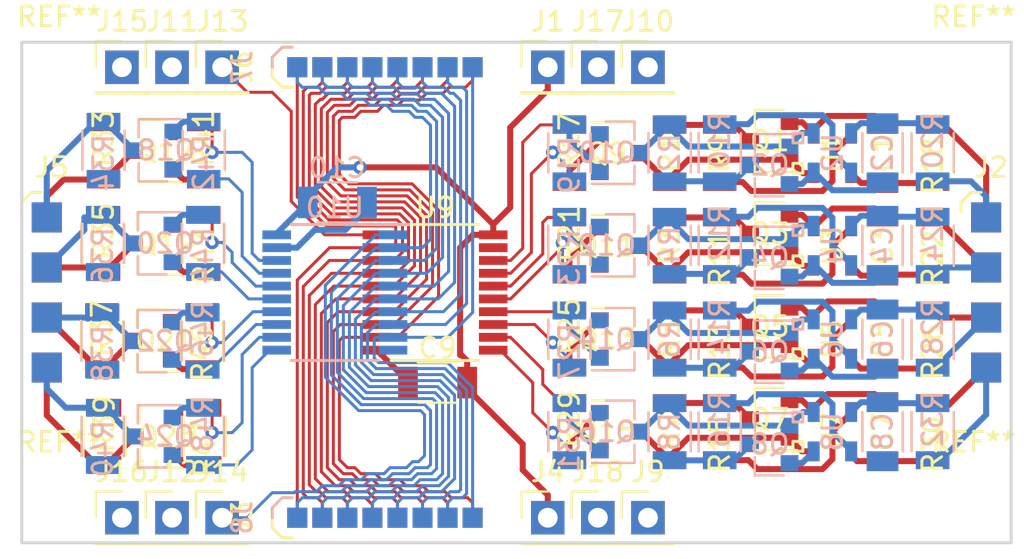
<source format=kicad_pcb>
(kicad_pcb (version 4) (host pcbnew 4.0.7)
  (layers (0 F.Cu signal) (31 B.Cu signal) (36 B.SilkS user) (37 F.SilkS user) (38 B.Mask user) (39 F.Mask user) (44 Edge.Cuts user))
  (net 0 "")
  (net 1 "Net-(C1-Pad1)")
  (net 2 "Net-(C1-Pad2)")
  (net 3 "Net-(C2-Pad1)")
  (net 4 "Net-(C2-Pad2)")
  (net 5 "Net-(C3-Pad1)")
  (net 6 "Net-(C3-Pad2)")
  (net 7 "Net-(C4-Pad1)")
  (net 8 "Net-(C4-Pad2)")
  (net 9 "Net-(C5-Pad1)")
  (net 10 "Net-(C5-Pad2)")
  (net 11 "Net-(C6-Pad1)")
  (net 12 "Net-(C6-Pad2)")
  (net 13 "Net-(C7-Pad1)")
  (net 14 "Net-(C7-Pad2)")
  (net 15 "Net-(C8-Pad1)")
  (net 16 "Net-(C8-Pad2)")
  (net 17 GND)
  (net 18 VCC)
  (net 19 "Net-(Q1-Pad1)")
  (net 20 HT)
  (net 21 "Net-(Q10-Pad3)")
  (net 22 "Net-(Q11-Pad3)")
  (net 23 "Net-(Q12-Pad3)")
  (net 24 "Net-(Q13-Pad3)")
  (net 25 "Net-(Q14-Pad3)")
  (net 26 "Net-(Q15-Pad3)")
  (net 27 "Net-(Q16-Pad3)")
  (net 28 "Net-(Q9-Pad1)")
  (net 29 "Net-(Q10-Pad1)")
  (net 30 "Net-(Q11-Pad1)")
  (net 31 "Net-(Q12-Pad1)")
  (net 32 "Net-(Q13-Pad1)")
  (net 33 "Net-(Q14-Pad1)")
  (net 34 "Net-(Q15-Pad1)")
  (net 35 "Net-(Q16-Pad1)")
  (net 36 "Net-(Q17-Pad1)")
  (net 37 KO0)
  (net 38 "Net-(Q18-Pad1)")
  (net 39 KO1)
  (net 40 "Net-(Q19-Pad1)")
  (net 41 KO2)
  (net 42 "Net-(Q20-Pad1)")
  (net 43 KO3)
  (net 44 "Net-(Q21-Pad1)")
  (net 45 KO4)
  (net 46 "Net-(Q22-Pad1)")
  (net 47 KO5)
  (net 48 "Net-(Q23-Pad1)")
  (net 49 KO6)
  (net 50 "Net-(Q24-Pad1)")
  (net 51 KO7)
  (net 52 "Net-(R9-Pad2)")
  (net 53 "Net-(R10-Pad2)")
  (net 54 "Net-(R11-Pad2)")
  (net 55 "Net-(R12-Pad2)")
  (net 56 "Net-(R13-Pad2)")
  (net 57 "Net-(R14-Pad2)")
  (net 58 "Net-(R15-Pad2)")
  (net 59 "Net-(R16-Pad2)")
  (net 60 AI0)
  (net 61 AO0)
  (net 62 AI1)
  (net 63 AO1)
  (net 64 AI2)
  (net 65 AO2)
  (net 66 AI3)
  (net 67 AO3)
  (net 68 AI4)
  (net 69 AO4)
  (net 70 AI5)
  (net 71 AO5)
  (net 72 AI6)
  (net 73 AO6)
  (net 74 AI7)
  (net 75 AO7)
  (net 76 KI0)
  (net 77 KI1)
  (net 78 KI2)
  (net 79 KI3)
  (net 80 KI4)
  (net 81 KI5)
  (net 82 KI6)
  (net 83 KI7)
  (net 84 "Net-(J3-Pad1)")
  (net 85 "Net-(J3-Pad2)")
  (net 86 "Net-(J3-Pad3)")
  (net 87 "Net-(J3-Pad4)")
  (net 88 "Net-(J3-Pad5)")
  (net 89 "Net-(J3-Pad6)")
  (net 90 "Net-(J3-Pad7)")
  (net 91 "Net-(J3-Pad8)")
  (net 92 "Net-(J7-Pad1)")
  (net 93 "Net-(J7-Pad3)")
  (net 94 "Net-(J7-Pad5)")
  (net 95 "Net-(J7-Pad7)")
  (net 96 "Net-(J7-Pad2)")
  (net 97 "Net-(J7-Pad4)")
  (net 98 "Net-(J7-Pad6)")
  (net 99 "Net-(J7-Pad8)")
  (net 100 AS)
  (net 101 KS)
  (module Resistors_SMD:R_1206 (layer F.Cu) (at 218.267264 31.044356 90)
    (fp_text reference R17 (at 0.635 0 90) (layer F.SilkS))
    (fp_text value 10K)
    (pad 1 smd rect (at -1.45 0 90) (size 0.9 1.7) (layers F.Cu F.Mask) (net 28 "Net-(Q9-Pad1)"))
    (pad 2 smd rect (at 1.45 0 90) (size 0.9 1.7) (layers F.Cu F.Mask) (net 60 AI0))
  )
  (module Pin_Headers:Pin_Header_Straight_1x01_Pitch2.54mm (layer F.Cu) (at 200.66 26.67)
    (fp_text reference J13 (at 0 -2.33) (layer F.SilkS))
    (fp_text value Conn_01x01)
    (pad 1 thru_hole rect (at 0 0) (size 1.7 1.7) (drill 1) (layers *.Cu *.Mask) (net 100 AS))
  )
  (module Housings_SSOP:TSSOP-20_4.4x6.5mm_Pitch0.65mm (layer F.Cu) (at 211.455 38.1)
    (fp_text reference U9 (at 0 -4.3) (layer F.SilkS))
    (fp_text value 74LS541)
    (pad 1 smd rect (at -2.95 -2.925) (size 1.45 0.45) (layers F.Cu F.Mask) (net 100 AS))
    (pad 2 smd rect (at -2.95 -2.275) (size 1.45 0.45) (layers F.Cu F.Mask) (net 84 "Net-(J3-Pad1)"))
    (pad 3 smd rect (at -2.95 -1.625) (size 1.45 0.45) (layers F.Cu F.Mask) (net 85 "Net-(J3-Pad2)"))
    (pad 4 smd rect (at -2.95 -0.975) (size 1.45 0.45) (layers F.Cu F.Mask) (net 86 "Net-(J3-Pad3)"))
    (pad 5 smd rect (at -2.95 -0.325) (size 1.45 0.45) (layers F.Cu F.Mask) (net 87 "Net-(J3-Pad4)"))
    (pad 6 smd rect (at -2.95 0.325) (size 1.45 0.45) (layers F.Cu F.Mask) (net 88 "Net-(J3-Pad5)"))
    (pad 7 smd rect (at -2.95 0.975) (size 1.45 0.45) (layers F.Cu F.Mask) (net 89 "Net-(J3-Pad6)"))
    (pad 8 smd rect (at -2.95 1.625) (size 1.45 0.45) (layers F.Cu F.Mask) (net 90 "Net-(J3-Pad7)"))
    (pad 9 smd rect (at -2.95 2.275) (size 1.45 0.45) (layers F.Cu F.Mask) (net 91 "Net-(J3-Pad8)"))
    (pad 10 smd rect (at -2.95 2.925) (size 1.45 0.45) (layers F.Cu F.Mask) (net 17 GND))
    (pad 11 smd rect (at 2.95 2.925) (size 1.45 0.45) (layers F.Cu F.Mask) (net 74 AI7))
    (pad 12 smd rect (at 2.95 2.275) (size 1.45 0.45) (layers F.Cu F.Mask) (net 72 AI6))
    (pad 13 smd rect (at 2.95 1.625) (size 1.45 0.45) (layers F.Cu F.Mask) (net 70 AI5))
    (pad 14 smd rect (at 2.95 0.975) (size 1.45 0.45) (layers F.Cu F.Mask) (net 68 AI4))
    (pad 15 smd rect (at 2.95 0.325) (size 1.45 0.45) (layers F.Cu F.Mask) (net 66 AI3))
    (pad 16 smd rect (at 2.95 -0.325) (size 1.45 0.45) (layers F.Cu F.Mask) (net 64 AI2))
    (pad 17 smd rect (at 2.95 -0.975) (size 1.45 0.45) (layers F.Cu F.Mask) (net 62 AI1))
    (pad 18 smd rect (at 2.95 -1.625) (size 1.45 0.45) (layers F.Cu F.Mask) (net 60 AI0))
    (pad 19 smd rect (at 2.95 -2.275) (size 1.45 0.45) (layers F.Cu F.Mask) (net 17 GND))
    (pad 20 smd rect (at 2.95 -2.925) (size 1.45 0.45) (layers F.Cu F.Mask) (net 18 VCC))
  )
  (module Housings_SSOP:TSSOP-20_4.4x6.5mm_Pitch0.65mm (layer B.Cu) (at 206.375 38.1 180)
    (fp_text reference U10 (at 0 4.3 180) (layer B.SilkS) (effects (justify mirror)))
    (fp_text value 74LS541)
    (pad 1 smd rect (at -2.95 2.925 180) (size 1.45 0.45) (layers B.Cu B.Mask) (net 101 KS))
    (pad 2 smd rect (at -2.95 2.275 180) (size 1.45 0.45) (layers B.Cu B.Mask) (net 92 "Net-(J7-Pad1)"))
    (pad 3 smd rect (at -2.95 1.625 180) (size 1.45 0.45) (layers B.Cu B.Mask) (net 96 "Net-(J7-Pad2)"))
    (pad 4 smd rect (at -2.95 0.975 180) (size 1.45 0.45) (layers B.Cu B.Mask) (net 93 "Net-(J7-Pad3)"))
    (pad 5 smd rect (at -2.95 0.325 180) (size 1.45 0.45) (layers B.Cu B.Mask) (net 97 "Net-(J7-Pad4)"))
    (pad 6 smd rect (at -2.95 -0.325 180) (size 1.45 0.45) (layers B.Cu B.Mask) (net 94 "Net-(J7-Pad5)"))
    (pad 7 smd rect (at -2.95 -0.975 180) (size 1.45 0.45) (layers B.Cu B.Mask) (net 98 "Net-(J7-Pad6)"))
    (pad 8 smd rect (at -2.95 -1.625 180) (size 1.45 0.45) (layers B.Cu B.Mask) (net 95 "Net-(J7-Pad7)"))
    (pad 9 smd rect (at -2.95 -2.275 180) (size 1.45 0.45) (layers B.Cu B.Mask) (net 99 "Net-(J7-Pad8)"))
    (pad 10 smd rect (at -2.95 -2.925 180) (size 1.45 0.45) (layers B.Cu B.Mask) (net 17 GND))
    (pad 11 smd rect (at 2.95 -2.925 180) (size 1.45 0.45) (layers B.Cu B.Mask) (net 83 KI7))
    (pad 12 smd rect (at 2.95 -2.275 180) (size 1.45 0.45) (layers B.Cu B.Mask) (net 82 KI6))
    (pad 13 smd rect (at 2.95 -1.625 180) (size 1.45 0.45) (layers B.Cu B.Mask) (net 81 KI5))
    (pad 14 smd rect (at 2.95 -0.975 180) (size 1.45 0.45) (layers B.Cu B.Mask) (net 80 KI4))
    (pad 15 smd rect (at 2.95 -0.325 180) (size 1.45 0.45) (layers B.Cu B.Mask) (net 79 KI3))
    (pad 16 smd rect (at 2.95 0.325 180) (size 1.45 0.45) (layers B.Cu B.Mask) (net 78 KI2))
    (pad 17 smd rect (at 2.95 0.975 180) (size 1.45 0.45) (layers B.Cu B.Mask) (net 77 KI1))
    (pad 18 smd rect (at 2.95 1.625 180) (size 1.45 0.45) (layers B.Cu B.Mask) (net 76 KI0))
    (pad 19 smd rect (at 2.95 2.275 180) (size 1.45 0.45) (layers B.Cu B.Mask) (net 17 GND))
    (pad 20 smd rect (at 2.95 2.925 180) (size 1.45 0.45) (layers B.Cu B.Mask) (net 18 VCC))
  )
  (module Resistors_SMD:R_1206 (layer B.Cu) (at 225.887264 45.168304 90)
    (fp_text reference R16 (at 0.635 0 90) (layer B.SilkS) (effects (justify mirror)))
    (fp_text value 4.7K)
    (pad 1 smd rect (at -1.45 0 90) (size 0.9 1.7) (layers B.Cu B.Mask) (net 20 HT))
    (pad 2 smd rect (at 1.45 0 90) (size 0.9 1.7) (layers B.Cu B.Mask) (net 59 "Net-(R16-Pad2)"))
  )
  (module Capacitors_SMD:C_1206 (layer F.Cu) (at 234.142264 31.044356 90)
    (fp_text reference C1 (at 0 0 90) (layer F.SilkS))
    (fp_text value 1n)
    (pad 1 smd rect (at -1.5 0 90) (size 1 1.6) (layers F.Cu F.Mask) (net 1 "Net-(C1-Pad1)"))
    (pad 2 smd rect (at 1.5 0 90) (size 1 1.6) (layers F.Cu F.Mask) (net 2 "Net-(C1-Pad2)"))
  )
  (module Capacitors_SMD:C_1206 (layer B.Cu) (at 234.142264 31.006834 270)
    (fp_text reference C2 (at 0 0 270) (layer B.SilkS) (effects (justify mirror)))
    (fp_text value 1n)
    (pad 1 smd rect (at -1.5 0 270) (size 1 1.6) (layers B.Cu B.Mask) (net 3 "Net-(C2-Pad1)"))
    (pad 2 smd rect (at 1.5 0 270) (size 1 1.6) (layers B.Cu B.Mask) (net 4 "Net-(C2-Pad2)"))
  )
  (module Capacitors_SMD:C_1206 (layer F.Cu) (at 234.142264 35.743356 90)
    (fp_text reference C3 (at 0 0 90) (layer F.SilkS))
    (fp_text value 1n)
    (pad 1 smd rect (at -1.5 0 90) (size 1 1.6) (layers F.Cu F.Mask) (net 5 "Net-(C3-Pad1)"))
    (pad 2 smd rect (at 1.5 0 90) (size 1 1.6) (layers F.Cu F.Mask) (net 6 "Net-(C3-Pad2)"))
  )
  (module Capacitors_SMD:C_1206 (layer B.Cu) (at 234.142264 35.705834 270)
    (fp_text reference C4 (at 0 0 270) (layer B.SilkS) (effects (justify mirror)))
    (fp_text value 1n)
    (pad 1 smd rect (at -1.5 0 270) (size 1 1.6) (layers B.Cu B.Mask) (net 7 "Net-(C4-Pad1)"))
    (pad 2 smd rect (at 1.5 0 270) (size 1 1.6) (layers B.Cu B.Mask) (net 8 "Net-(C4-Pad2)"))
  )
  (module Capacitors_SMD:C_1206 (layer F.Cu) (at 234.142264 40.45855 90)
    (fp_text reference C5 (at 0 0 90) (layer F.SilkS))
    (fp_text value 1n)
    (pad 1 smd rect (at -1.5 0 90) (size 1 1.6) (layers F.Cu F.Mask) (net 9 "Net-(C5-Pad1)"))
    (pad 2 smd rect (at 1.5 0 90) (size 1 1.6) (layers F.Cu F.Mask) (net 10 "Net-(C5-Pad2)"))
  )
  (module Capacitors_SMD:C_1206 (layer B.Cu) (at 234.142264 40.469304 270)
    (fp_text reference C6 (at 0 0 270) (layer B.SilkS) (effects (justify mirror)))
    (fp_text value 1n)
    (pad 1 smd rect (at -1.5 0 270) (size 1 1.6) (layers B.Cu B.Mask) (net 11 "Net-(C6-Pad1)"))
    (pad 2 smd rect (at 1.5 0 270) (size 1 1.6) (layers B.Cu B.Mask) (net 12 "Net-(C6-Pad2)"))
  )
  (module Capacitors_SMD:C_1206 (layer F.Cu) (at 234.142264 45.15755 90)
    (fp_text reference C7 (at 0 0 90) (layer F.SilkS))
    (fp_text value 1n)
    (pad 1 smd rect (at -1.5 0 90) (size 1 1.6) (layers F.Cu F.Mask) (net 13 "Net-(C7-Pad1)"))
    (pad 2 smd rect (at 1.5 0 90) (size 1 1.6) (layers F.Cu F.Mask) (net 14 "Net-(C7-Pad2)"))
  )
  (module Capacitors_SMD:C_1206 (layer B.Cu) (at 234.142264 45.168304 270)
    (fp_text reference C8 (at 0 0 270) (layer B.SilkS) (effects (justify mirror)))
    (fp_text value 1n)
    (pad 1 smd rect (at -1.5 0 270) (size 1 1.6) (layers B.Cu B.Mask) (net 15 "Net-(C8-Pad1)"))
    (pad 2 smd rect (at 1.5 0 270) (size 1 1.6) (layers B.Cu B.Mask) (net 16 "Net-(C8-Pad2)"))
  )
  (module Capacitors_SMD:C_1206 (layer F.Cu) (at 211.582 42.672)
    (fp_text reference C9 (at 0 -1.75) (layer F.SilkS))
    (fp_text value 100n)
    (pad 1 smd rect (at -1.5 0) (size 1 1.6) (layers F.Cu F.Mask) (net 17 GND))
    (pad 2 smd rect (at 1.5 0) (size 1 1.6) (layers F.Cu F.Mask) (net 18 VCC))
  )
  (module Capacitors_SMD:C_1206 (layer B.Cu) (at 206.502 33.528 180)
    (fp_text reference C10 (at 0 1.75 180) (layer B.SilkS) (effects (justify mirror)))
    (fp_text value 100n)
    (pad 1 smd rect (at -1.5 0 180) (size 1 1.6) (layers B.Cu B.Mask) (net 17 GND))
    (pad 2 smd rect (at 1.5 0 180) (size 1 1.6) (layers B.Cu B.Mask) (net 18 VCC))
  )
  (module TO_SOT_Packages_SMD:SOT-23 (layer F.Cu) (at 228.427264 30.409356 180)
    (fp_text reference Q1 (at 0 0 180) (layer F.SilkS))
    (fp_text value Q_NPN_BEC)
    (pad 1 smd rect (at -1 -0.95 180) (size 0.9 0.8) (layers F.Cu F.Mask) (net 19 "Net-(Q1-Pad1)"))
    (pad 2 smd rect (at -1 0.95 180) (size 0.9 0.8) (layers F.Cu F.Mask) (net 2 "Net-(C1-Pad2)"))
    (pad 3 smd rect (at 1 0 180) (size 0.9 0.8) (layers F.Cu F.Mask) (net 20 HT))
  )
  (module TO_SOT_Packages_SMD:SOT-23 (layer B.Cu) (at 228.427264 31.641834 180)
    (fp_text reference Q2 (at 0 0 180) (layer B.SilkS) (effects (justify mirror)))
    (fp_text value Q_NPN_BEC)
    (pad 1 smd rect (at -1 0.95 180) (size 0.9 0.8) (layers B.Cu B.Mask) (net 21 "Net-(Q10-Pad3)"))
    (pad 2 smd rect (at -1 -0.95 180) (size 0.9 0.8) (layers B.Cu B.Mask) (net 4 "Net-(C2-Pad2)"))
    (pad 3 smd rect (at 1 0 180) (size 0.9 0.8) (layers B.Cu B.Mask) (net 20 HT))
  )
  (module TO_SOT_Packages_SMD:SOT-23 (layer F.Cu) (at 228.427264 35.108356 180)
    (fp_text reference Q3 (at 0 0 180) (layer F.SilkS))
    (fp_text value Q_NPN_BEC)
    (pad 1 smd rect (at -1 -0.95 180) (size 0.9 0.8) (layers F.Cu F.Mask) (net 22 "Net-(Q11-Pad3)"))
    (pad 2 smd rect (at -1 0.95 180) (size 0.9 0.8) (layers F.Cu F.Mask) (net 6 "Net-(C3-Pad2)"))
    (pad 3 smd rect (at 1 0 180) (size 0.9 0.8) (layers F.Cu F.Mask) (net 20 HT))
  )
  (module TO_SOT_Packages_SMD:SOT-23 (layer B.Cu) (at 228.427264 36.340834 180)
    (fp_text reference Q4 (at 0 0 180) (layer B.SilkS) (effects (justify mirror)))
    (fp_text value Q_NPN_BEC)
    (pad 1 smd rect (at -1 0.95 180) (size 0.9 0.8) (layers B.Cu B.Mask) (net 23 "Net-(Q12-Pad3)"))
    (pad 2 smd rect (at -1 -0.95 180) (size 0.9 0.8) (layers B.Cu B.Mask) (net 8 "Net-(C4-Pad2)"))
    (pad 3 smd rect (at 1 0 180) (size 0.9 0.8) (layers B.Cu B.Mask) (net 20 HT))
  )
  (module TO_SOT_Packages_SMD:SOT-23 (layer F.Cu) (at 228.427264 39.82355 180)
    (fp_text reference Q5 (at 0 0 180) (layer F.SilkS))
    (fp_text value Q_NPN_BEC)
    (pad 1 smd rect (at -1 -0.95 180) (size 0.9 0.8) (layers F.Cu F.Mask) (net 24 "Net-(Q13-Pad3)"))
    (pad 2 smd rect (at -1 0.95 180) (size 0.9 0.8) (layers F.Cu F.Mask) (net 10 "Net-(C5-Pad2)"))
    (pad 3 smd rect (at 1 0 180) (size 0.9 0.8) (layers F.Cu F.Mask) (net 20 HT))
  )
  (module TO_SOT_Packages_SMD:SOT-23 (layer B.Cu) (at 228.427264 41.104304 180)
    (fp_text reference Q6 (at 0 0 180) (layer B.SilkS) (effects (justify mirror)))
    (fp_text value Q_NPN_BEC)
    (pad 1 smd rect (at -1 0.95 180) (size 0.9 0.8) (layers B.Cu B.Mask) (net 25 "Net-(Q14-Pad3)"))
    (pad 2 smd rect (at -1 -0.95 180) (size 0.9 0.8) (layers B.Cu B.Mask) (net 12 "Net-(C6-Pad2)"))
    (pad 3 smd rect (at 1 0 180) (size 0.9 0.8) (layers B.Cu B.Mask) (net 20 HT))
  )
  (module TO_SOT_Packages_SMD:SOT-23 (layer F.Cu) (at 228.427264 44.52255 180)
    (fp_text reference Q7 (at 0 0 180) (layer F.SilkS))
    (fp_text value Q_NPN_BEC)
    (pad 1 smd rect (at -1 -0.95 180) (size 0.9 0.8) (layers F.Cu F.Mask) (net 26 "Net-(Q15-Pad3)"))
    (pad 2 smd rect (at -1 0.95 180) (size 0.9 0.8) (layers F.Cu F.Mask) (net 14 "Net-(C7-Pad2)"))
    (pad 3 smd rect (at 1 0 180) (size 0.9 0.8) (layers F.Cu F.Mask) (net 20 HT))
  )
  (module TO_SOT_Packages_SMD:SOT-23 (layer B.Cu) (at 228.427264 45.803304 180)
    (fp_text reference Q8 (at 0 0 180) (layer B.SilkS) (effects (justify mirror)))
    (fp_text value Q_NPN_BEC)
    (pad 1 smd rect (at -1 0.95 180) (size 0.9 0.8) (layers B.Cu B.Mask) (net 27 "Net-(Q16-Pad3)"))
    (pad 2 smd rect (at -1 -0.95 180) (size 0.9 0.8) (layers B.Cu B.Mask) (net 16 "Net-(C8-Pad2)"))
    (pad 3 smd rect (at 1 0 180) (size 0.9 0.8) (layers B.Cu B.Mask) (net 20 HT))
  )
  (module TO_SOT_Packages_SMD:SOT-23 (layer F.Cu) (at 220.807264 31.044356)
    (fp_text reference Q9 (at -0.635 0) (layer F.SilkS))
    (fp_text value Q_NPN_BEC)
    (pad 1 smd rect (at -1 -0.95) (size 0.9 0.8) (layers F.Cu F.Mask) (net 28 "Net-(Q9-Pad1)"))
    (pad 2 smd rect (at -1 0.95) (size 0.9 0.8) (layers F.Cu F.Mask) (net 17 GND))
    (pad 3 smd rect (at 1 0) (size 0.9 0.8) (layers F.Cu F.Mask) (net 19 "Net-(Q1-Pad1)"))
  )
  (module TO_SOT_Packages_SMD:SOT-23 (layer B.Cu) (at 220.807264 31.006834)
    (fp_text reference Q10 (at -0.635 0) (layer B.SilkS) (effects (justify mirror)))
    (fp_text value Q_NPN_BEC)
    (pad 1 smd rect (at -1 0.95) (size 0.9 0.8) (layers B.Cu B.Mask) (net 29 "Net-(Q10-Pad1)"))
    (pad 2 smd rect (at -1 -0.95) (size 0.9 0.8) (layers B.Cu B.Mask) (net 17 GND))
    (pad 3 smd rect (at 1 0) (size 0.9 0.8) (layers B.Cu B.Mask) (net 21 "Net-(Q10-Pad3)"))
  )
  (module TO_SOT_Packages_SMD:SOT-23 (layer F.Cu) (at 220.807264 35.743356)
    (fp_text reference Q11 (at -0.635 0) (layer F.SilkS))
    (fp_text value Q_NPN_BEC)
    (pad 1 smd rect (at -1 -0.95) (size 0.9 0.8) (layers F.Cu F.Mask) (net 30 "Net-(Q11-Pad1)"))
    (pad 2 smd rect (at -1 0.95) (size 0.9 0.8) (layers F.Cu F.Mask) (net 17 GND))
    (pad 3 smd rect (at 1 0) (size 0.9 0.8) (layers F.Cu F.Mask) (net 22 "Net-(Q11-Pad3)"))
  )
  (module TO_SOT_Packages_SMD:SOT-23 (layer B.Cu) (at 220.807264 35.705834)
    (fp_text reference Q12 (at -0.635 0) (layer B.SilkS) (effects (justify mirror)))
    (fp_text value Q_NPN_BEC)
    (pad 1 smd rect (at -1 0.95) (size 0.9 0.8) (layers B.Cu B.Mask) (net 31 "Net-(Q12-Pad1)"))
    (pad 2 smd rect (at -1 -0.95) (size 0.9 0.8) (layers B.Cu B.Mask) (net 17 GND))
    (pad 3 smd rect (at 1 0) (size 0.9 0.8) (layers B.Cu B.Mask) (net 23 "Net-(Q12-Pad3)"))
  )
  (module TO_SOT_Packages_SMD:SOT-23 (layer F.Cu) (at 220.807264 40.45855)
    (fp_text reference Q13 (at -0.635 0) (layer F.SilkS))
    (fp_text value Q_NPN_BEC)
    (pad 1 smd rect (at -1 -0.95) (size 0.9 0.8) (layers F.Cu F.Mask) (net 32 "Net-(Q13-Pad1)"))
    (pad 2 smd rect (at -1 0.95) (size 0.9 0.8) (layers F.Cu F.Mask) (net 17 GND))
    (pad 3 smd rect (at 1 0) (size 0.9 0.8) (layers F.Cu F.Mask) (net 24 "Net-(Q13-Pad3)"))
  )
  (module TO_SOT_Packages_SMD:SOT-23 (layer B.Cu) (at 220.807264 40.469304)
    (fp_text reference Q14 (at -0.635 0) (layer B.SilkS) (effects (justify mirror)))
    (fp_text value Q_NPN_BEC)
    (pad 1 smd rect (at -1 0.95) (size 0.9 0.8) (layers B.Cu B.Mask) (net 33 "Net-(Q14-Pad1)"))
    (pad 2 smd rect (at -1 -0.95) (size 0.9 0.8) (layers B.Cu B.Mask) (net 17 GND))
    (pad 3 smd rect (at 1 0) (size 0.9 0.8) (layers B.Cu B.Mask) (net 25 "Net-(Q14-Pad3)"))
  )
  (module TO_SOT_Packages_SMD:SOT-23 (layer F.Cu) (at 220.807264 45.15755)
    (fp_text reference Q15 (at -0.635 0) (layer F.SilkS))
    (fp_text value Q_NPN_BEC)
    (pad 1 smd rect (at -1 -0.95) (size 0.9 0.8) (layers F.Cu F.Mask) (net 34 "Net-(Q15-Pad1)"))
    (pad 2 smd rect (at -1 0.95) (size 0.9 0.8) (layers F.Cu F.Mask) (net 17 GND))
    (pad 3 smd rect (at 1 0) (size 0.9 0.8) (layers F.Cu F.Mask) (net 26 "Net-(Q15-Pad3)"))
  )
  (module TO_SOT_Packages_SMD:SOT-23 (layer B.Cu) (at 220.807264 45.168304)
    (fp_text reference Q16 (at -0.635 0) (layer B.SilkS) (effects (justify mirror)))
    (fp_text value Q_NPN_BEC)
    (pad 1 smd rect (at -1 0.95) (size 0.9 0.8) (layers B.Cu B.Mask) (net 35 "Net-(Q16-Pad1)"))
    (pad 2 smd rect (at -1 -0.95) (size 0.9 0.8) (layers B.Cu B.Mask) (net 17 GND))
    (pad 3 smd rect (at 1 0) (size 0.9 0.8) (layers B.Cu B.Mask) (net 27 "Net-(Q16-Pad3)"))
  )
  (module TO_SOT_Packages_SMD:SOT-23 (layer F.Cu) (at 197.185264 30.917356 180)
    (fp_text reference Q17 (at -0.635 0 180) (layer F.SilkS))
    (fp_text value Q_NPN_BEC)
    (pad 1 smd rect (at -1 -0.95 180) (size 0.9 0.8) (layers F.Cu F.Mask) (net 36 "Net-(Q17-Pad1)"))
    (pad 2 smd rect (at -1 0.95 180) (size 0.9 0.8) (layers F.Cu F.Mask) (net 17 GND))
    (pad 3 smd rect (at 1 0 180) (size 0.9 0.8) (layers F.Cu F.Mask) (net 37 KO0))
  )
  (module TO_SOT_Packages_SMD:SOT-23 (layer B.Cu) (at 197.185264 30.88161 180)
    (fp_text reference Q18 (at -0.635 0 180) (layer B.SilkS) (effects (justify mirror)))
    (fp_text value Q_NPN_BEC)
    (pad 1 smd rect (at -1 0.95 180) (size 0.9 0.8) (layers B.Cu B.Mask) (net 38 "Net-(Q18-Pad1)"))
    (pad 2 smd rect (at -1 -0.95 180) (size 0.9 0.8) (layers B.Cu B.Mask) (net 17 GND))
    (pad 3 smd rect (at 1 0 180) (size 0.9 0.8) (layers B.Cu B.Mask) (net 39 KO1))
  )
  (module TO_SOT_Packages_SMD:SOT-23 (layer F.Cu) (at 197.185264 35.616356 180)
    (fp_text reference Q19 (at -0.635 0 180) (layer F.SilkS))
    (fp_text value Q_NPN_BEC)
    (pad 1 smd rect (at -1 -0.95 180) (size 0.9 0.8) (layers F.Cu F.Mask) (net 40 "Net-(Q19-Pad1)"))
    (pad 2 smd rect (at -1 0.95 180) (size 0.9 0.8) (layers F.Cu F.Mask) (net 17 GND))
    (pad 3 smd rect (at 1 0 180) (size 0.9 0.8) (layers F.Cu F.Mask) (net 41 KO2))
  )
  (module TO_SOT_Packages_SMD:SOT-23 (layer B.Cu) (at 197.141142 35.604852 180)
    (fp_text reference Q20 (at -0.635 0 180) (layer B.SilkS) (effects (justify mirror)))
    (fp_text value Q_NPN_BEC)
    (pad 1 smd rect (at -1 0.95 180) (size 0.9 0.8) (layers B.Cu B.Mask) (net 42 "Net-(Q20-Pad1)"))
    (pad 2 smd rect (at -1 -0.95 180) (size 0.9 0.8) (layers B.Cu B.Mask) (net 17 GND))
    (pad 3 smd rect (at 1 0 180) (size 0.9 0.8) (layers B.Cu B.Mask) (net 43 KO3))
  )
  (module TO_SOT_Packages_SMD:SOT-23 (layer F.Cu) (at 197.106148 40.541052 180)
    (fp_text reference Q21 (at -0.635 0 180) (layer F.SilkS))
    (fp_text value Q_NPN_BEC)
    (pad 1 smd rect (at -1 -0.95 180) (size 0.9 0.8) (layers F.Cu F.Mask) (net 44 "Net-(Q21-Pad1)"))
    (pad 2 smd rect (at -1 0.95 180) (size 0.9 0.8) (layers F.Cu F.Mask) (net 17 GND))
    (pad 3 smd rect (at 1 0 180) (size 0.9 0.8) (layers F.Cu F.Mask) (net 45 KO4))
  )
  (module TO_SOT_Packages_SMD:SOT-23 (layer B.Cu) (at 197.139528 40.572712 180)
    (fp_text reference Q22 (at -0.635 0 180) (layer B.SilkS) (effects (justify mirror)))
    (fp_text value Q_NPN_BEC)
    (pad 1 smd rect (at -1 0.95 180) (size 0.9 0.8) (layers B.Cu B.Mask) (net 46 "Net-(Q22-Pad1)"))
    (pad 2 smd rect (at -1 -0.95 180) (size 0.9 0.8) (layers B.Cu B.Mask) (net 17 GND))
    (pad 3 smd rect (at 1 0 180) (size 0.9 0.8) (layers B.Cu B.Mask) (net 47 KO5))
  )
  (module TO_SOT_Packages_SMD:SOT-23 (layer F.Cu) (at 197.234398 45.40568 180)
    (fp_text reference Q23 (at -0.635 0 180) (layer F.SilkS))
    (fp_text value Q_NPN_BEC)
    (pad 1 smd rect (at -1 -0.95 180) (size 0.9 0.8) (layers F.Cu F.Mask) (net 48 "Net-(Q23-Pad1)"))
    (pad 2 smd rect (at -1 0.95 180) (size 0.9 0.8) (layers F.Cu F.Mask) (net 17 GND))
    (pad 3 smd rect (at 1 0 180) (size 0.9 0.8) (layers F.Cu F.Mask) (net 49 KO6))
  )
  (module TO_SOT_Packages_SMD:SOT-23 (layer B.Cu) (at 197.143136 45.398672 180)
    (fp_text reference Q24 (at -0.635 0 180) (layer B.SilkS) (effects (justify mirror)))
    (fp_text value Q_NPN_BEC)
    (pad 1 smd rect (at -1 0.95 180) (size 0.9 0.8) (layers B.Cu B.Mask) (net 50 "Net-(Q24-Pad1)"))
    (pad 2 smd rect (at -1 -0.95 180) (size 0.9 0.8) (layers B.Cu B.Mask) (net 17 GND))
    (pad 3 smd rect (at 1 0 180) (size 0.9 0.8) (layers B.Cu B.Mask) (net 51 KO7))
  )
  (module Resistors_SMD:R_1206 (layer F.Cu) (at 223.347264 31.044356 270)
    (fp_text reference R1 (at 0 0 270) (layer F.SilkS))
    (fp_text value 220K)
    (pad 1 smd rect (at -1.45 0 270) (size 0.9 1.7) (layers F.Cu F.Mask) (net 20 HT))
    (pad 2 smd rect (at 1.45 0 270) (size 0.9 1.7) (layers F.Cu F.Mask) (net 19 "Net-(Q1-Pad1)"))
  )
  (module Resistors_SMD:R_1206 (layer B.Cu) (at 223.347264 31.006834 90)
    (fp_text reference R2 (at 0 0 90) (layer B.SilkS) (effects (justify mirror)))
    (fp_text value 220K)
    (pad 1 smd rect (at -1.45 0 90) (size 0.9 1.7) (layers B.Cu B.Mask) (net 20 HT))
    (pad 2 smd rect (at 1.45 0 90) (size 0.9 1.7) (layers B.Cu B.Mask) (net 21 "Net-(Q10-Pad3)"))
  )
  (module Resistors_SMD:R_1206 (layer F.Cu) (at 223.347264 35.743356 270)
    (fp_text reference R3 (at 0 0 270) (layer F.SilkS))
    (fp_text value 220K)
    (pad 1 smd rect (at -1.45 0 270) (size 0.9 1.7) (layers F.Cu F.Mask) (net 20 HT))
    (pad 2 smd rect (at 1.45 0 270) (size 0.9 1.7) (layers F.Cu F.Mask) (net 22 "Net-(Q11-Pad3)"))
  )
  (module Resistors_SMD:R_1206 (layer B.Cu) (at 223.347264 35.705834 90)
    (fp_text reference R4 (at 0 0 90) (layer B.SilkS) (effects (justify mirror)))
    (fp_text value 220K)
    (pad 1 smd rect (at -1.45 0 90) (size 0.9 1.7) (layers B.Cu B.Mask) (net 20 HT))
    (pad 2 smd rect (at 1.45 0 90) (size 0.9 1.7) (layers B.Cu B.Mask) (net 23 "Net-(Q12-Pad3)"))
  )
  (module Resistors_SMD:R_1206 (layer F.Cu) (at 223.347264 40.45855 270)
    (fp_text reference R5 (at 0 0 270) (layer F.SilkS))
    (fp_text value 220K)
    (pad 1 smd rect (at -1.45 0 270) (size 0.9 1.7) (layers F.Cu F.Mask) (net 20 HT))
    (pad 2 smd rect (at 1.45 0 270) (size 0.9 1.7) (layers F.Cu F.Mask) (net 24 "Net-(Q13-Pad3)"))
  )
  (module Resistors_SMD:R_1206 (layer B.Cu) (at 223.347264 40.469304 90)
    (fp_text reference R6 (at 0 0 90) (layer B.SilkS) (effects (justify mirror)))
    (fp_text value 220K)
    (pad 1 smd rect (at -1.45 0 90) (size 0.9 1.7) (layers B.Cu B.Mask) (net 20 HT))
    (pad 2 smd rect (at 1.45 0 90) (size 0.9 1.7) (layers B.Cu B.Mask) (net 25 "Net-(Q14-Pad3)"))
  )
  (module Resistors_SMD:R_1206 (layer F.Cu) (at 223.347264 45.15755 270)
    (fp_text reference R7 (at 0 0 270) (layer F.SilkS))
    (fp_text value 220K)
    (pad 1 smd rect (at -1.45 0 270) (size 0.9 1.7) (layers F.Cu F.Mask) (net 20 HT))
    (pad 2 smd rect (at 1.45 0 270) (size 0.9 1.7) (layers F.Cu F.Mask) (net 26 "Net-(Q15-Pad3)"))
  )
  (module Resistors_SMD:R_1206 (layer B.Cu) (at 223.347264 45.168304 90)
    (fp_text reference R8 (at 0 0 90) (layer B.SilkS) (effects (justify mirror)))
    (fp_text value 220K)
    (pad 1 smd rect (at -1.45 0 90) (size 0.9 1.7) (layers B.Cu B.Mask) (net 20 HT))
    (pad 2 smd rect (at 1.45 0 90) (size 0.9 1.7) (layers B.Cu B.Mask) (net 27 "Net-(Q16-Pad3)"))
  )
  (module Resistors_SMD:R_1206 (layer F.Cu) (at 225.887264 31.044356 270)
    (fp_text reference R9 (at 0 0 270) (layer F.SilkS))
    (fp_text value 4.7K)
    (pad 1 smd rect (at -1.45 0 270) (size 0.9 1.7) (layers F.Cu F.Mask) (net 20 HT))
    (pad 2 smd rect (at 1.45 0 270) (size 0.9 1.7) (layers F.Cu F.Mask) (net 52 "Net-(R9-Pad2)"))
  )
  (module Resistors_SMD:R_1206 (layer B.Cu) (at 225.887264 31.006834 90)
    (fp_text reference R10 (at 0.635 0 90) (layer B.SilkS) (effects (justify mirror)))
    (fp_text value 4.7K)
    (pad 1 smd rect (at -1.45 0 90) (size 0.9 1.7) (layers B.Cu B.Mask) (net 20 HT))
    (pad 2 smd rect (at 1.45 0 90) (size 0.9 1.7) (layers B.Cu B.Mask) (net 53 "Net-(R10-Pad2)"))
  )
  (module Resistors_SMD:R_1206 (layer F.Cu) (at 225.887264 35.743356 270)
    (fp_text reference R11 (at 0.635 0 270) (layer F.SilkS))
    (fp_text value 4.7K)
    (pad 1 smd rect (at -1.45 0 270) (size 0.9 1.7) (layers F.Cu F.Mask) (net 20 HT))
    (pad 2 smd rect (at 1.45 0 270) (size 0.9 1.7) (layers F.Cu F.Mask) (net 54 "Net-(R11-Pad2)"))
  )
  (module Resistors_SMD:R_1206 (layer B.Cu) (at 225.887264 35.705834 90)
    (fp_text reference R12 (at 0.635 0 90) (layer B.SilkS) (effects (justify mirror)))
    (fp_text value 4.7K)
    (pad 1 smd rect (at -1.45 0 90) (size 0.9 1.7) (layers B.Cu B.Mask) (net 20 HT))
    (pad 2 smd rect (at 1.45 0 90) (size 0.9 1.7) (layers B.Cu B.Mask) (net 55 "Net-(R12-Pad2)"))
  )
  (module Resistors_SMD:R_1206 (layer F.Cu) (at 225.887264 40.45855 270)
    (fp_text reference R13 (at 0.635 0 270) (layer F.SilkS))
    (fp_text value 4.7K)
    (pad 1 smd rect (at -1.45 0 270) (size 0.9 1.7) (layers F.Cu F.Mask) (net 20 HT))
    (pad 2 smd rect (at 1.45 0 270) (size 0.9 1.7) (layers F.Cu F.Mask) (net 56 "Net-(R13-Pad2)"))
  )
  (module Resistors_SMD:R_1206 (layer B.Cu) (at 225.887264 40.469304 90)
    (fp_text reference R14 (at 0.635 0 90) (layer B.SilkS) (effects (justify mirror)))
    (fp_text value 4.7K)
    (pad 1 smd rect (at -1.45 0 90) (size 0.9 1.7) (layers B.Cu B.Mask) (net 20 HT))
    (pad 2 smd rect (at 1.45 0 90) (size 0.9 1.7) (layers B.Cu B.Mask) (net 57 "Net-(R14-Pad2)"))
  )
  (module Resistors_SMD:R_1206 (layer F.Cu) (at 225.887264 45.15755 270)
    (fp_text reference R15 (at 0.635 0 270) (layer F.SilkS))
    (fp_text value 4.7K)
    (pad 1 smd rect (at -1.45 0 270) (size 0.9 1.7) (layers F.Cu F.Mask) (net 20 HT))
    (pad 2 smd rect (at 1.45 0 270) (size 0.9 1.7) (layers F.Cu F.Mask) (net 58 "Net-(R15-Pad2)"))
  )
  (module Resistors_SMD:R_1206 (layer F.Cu) (at 236.682264 31.044356 270)
    (fp_text reference R18 (at 0.635 0 270) (layer F.SilkS))
    (fp_text value 100K)
    (pad 1 smd rect (at -1.45 0 270) (size 0.9 1.7) (layers F.Cu F.Mask) (net 61 AO0))
    (pad 2 smd rect (at 1.45 0 270) (size 0.9 1.7) (layers F.Cu F.Mask) (net 1 "Net-(C1-Pad1)"))
  )
  (module Resistors_SMD:R_1206 (layer B.Cu) (at 218.267264 31.006834 270)
    (fp_text reference R19 (at 0.635 0 270) (layer B.SilkS) (effects (justify mirror)))
    (fp_text value 10K)
    (pad 1 smd rect (at -1.45 0 270) (size 0.9 1.7) (layers B.Cu B.Mask) (net 29 "Net-(Q10-Pad1)"))
    (pad 2 smd rect (at 1.45 0 270) (size 0.9 1.7) (layers B.Cu B.Mask) (net 62 AI1))
  )
  (module Resistors_SMD:R_1206 (layer B.Cu) (at 236.682264 31.006834 90)
    (fp_text reference R20 (at 0.635 0 90) (layer B.SilkS) (effects (justify mirror)))
    (fp_text value 100K)
    (pad 1 smd rect (at -1.45 0 90) (size 0.9 1.7) (layers B.Cu B.Mask) (net 63 AO1))
    (pad 2 smd rect (at 1.45 0 90) (size 0.9 1.7) (layers B.Cu B.Mask) (net 3 "Net-(C2-Pad1)"))
  )
  (module Resistors_SMD:R_1206 (layer F.Cu) (at 218.267264 35.743356 90)
    (fp_text reference R21 (at 0.635 0 90) (layer F.SilkS))
    (fp_text value 10K)
    (pad 1 smd rect (at -1.45 0 90) (size 0.9 1.7) (layers F.Cu F.Mask) (net 30 "Net-(Q11-Pad1)"))
    (pad 2 smd rect (at 1.45 0 90) (size 0.9 1.7) (layers F.Cu F.Mask) (net 64 AI2))
  )
  (module Resistors_SMD:R_1206 (layer F.Cu) (at 236.682264 35.743356 270)
    (fp_text reference R22 (at 0.635 0 270) (layer F.SilkS))
    (fp_text value 100K)
    (pad 1 smd rect (at -1.45 0 270) (size 0.9 1.7) (layers F.Cu F.Mask) (net 65 AO2))
    (pad 2 smd rect (at 1.45 0 270) (size 0.9 1.7) (layers F.Cu F.Mask) (net 5 "Net-(C3-Pad1)"))
  )
  (module Resistors_SMD:R_1206 (layer B.Cu) (at 218.267264 35.705834 270)
    (fp_text reference R23 (at 0.635 0 270) (layer B.SilkS) (effects (justify mirror)))
    (fp_text value 10K)
    (pad 1 smd rect (at -1.45 0 270) (size 0.9 1.7) (layers B.Cu B.Mask) (net 31 "Net-(Q12-Pad1)"))
    (pad 2 smd rect (at 1.45 0 270) (size 0.9 1.7) (layers B.Cu B.Mask) (net 66 AI3))
  )
  (module Resistors_SMD:R_1206 (layer B.Cu) (at 236.682264 35.705834 90)
    (fp_text reference R24 (at 0.635 0 90) (layer B.SilkS) (effects (justify mirror)))
    (fp_text value 100K)
    (pad 1 smd rect (at -1.45 0 90) (size 0.9 1.7) (layers B.Cu B.Mask) (net 67 AO3))
    (pad 2 smd rect (at 1.45 0 90) (size 0.9 1.7) (layers B.Cu B.Mask) (net 7 "Net-(C4-Pad1)"))
  )
  (module Resistors_SMD:R_1206 (layer F.Cu) (at 218.267264 40.45855 90)
    (fp_text reference R25 (at 0.635 0 90) (layer F.SilkS))
    (fp_text value 10K)
    (pad 1 smd rect (at -1.45 0 90) (size 0.9 1.7) (layers F.Cu F.Mask) (net 32 "Net-(Q13-Pad1)"))
    (pad 2 smd rect (at 1.45 0 90) (size 0.9 1.7) (layers F.Cu F.Mask) (net 68 AI4))
  )
  (module Resistors_SMD:R_1206 (layer F.Cu) (at 236.682264 40.45855 270)
    (fp_text reference R26 (at 0.635 0 270) (layer F.SilkS))
    (fp_text value 100K)
    (pad 1 smd rect (at -1.45 0 270) (size 0.9 1.7) (layers F.Cu F.Mask) (net 69 AO4))
    (pad 2 smd rect (at 1.45 0 270) (size 0.9 1.7) (layers F.Cu F.Mask) (net 9 "Net-(C5-Pad1)"))
  )
  (module Resistors_SMD:R_1206 (layer B.Cu) (at 218.267264 40.469304 270)
    (fp_text reference R27 (at 0.635 0 270) (layer B.SilkS) (effects (justify mirror)))
    (fp_text value 10K)
    (pad 1 smd rect (at -1.45 0 270) (size 0.9 1.7) (layers B.Cu B.Mask) (net 33 "Net-(Q14-Pad1)"))
    (pad 2 smd rect (at 1.45 0 270) (size 0.9 1.7) (layers B.Cu B.Mask) (net 70 AI5))
  )
  (module Resistors_SMD:R_1206 (layer B.Cu) (at 236.682264 40.469304 90)
    (fp_text reference R28 (at 0.635 0 90) (layer B.SilkS) (effects (justify mirror)))
    (fp_text value 100K)
    (pad 1 smd rect (at -1.45 0 90) (size 0.9 1.7) (layers B.Cu B.Mask) (net 71 AO5))
    (pad 2 smd rect (at 1.45 0 90) (size 0.9 1.7) (layers B.Cu B.Mask) (net 11 "Net-(C6-Pad1)"))
  )
  (module Resistors_SMD:R_1206 (layer F.Cu) (at 218.267264 45.15755 90)
    (fp_text reference R29 (at 0.635 0 90) (layer F.SilkS))
    (fp_text value 10K)
    (pad 1 smd rect (at -1.45 0 90) (size 0.9 1.7) (layers F.Cu F.Mask) (net 34 "Net-(Q15-Pad1)"))
    (pad 2 smd rect (at 1.45 0 90) (size 0.9 1.7) (layers F.Cu F.Mask) (net 72 AI6))
  )
  (module Resistors_SMD:R_1206 (layer F.Cu) (at 236.682264 45.15755 270)
    (fp_text reference R30 (at 0.635 0 270) (layer F.SilkS))
    (fp_text value 100K)
    (pad 1 smd rect (at -1.45 0 270) (size 0.9 1.7) (layers F.Cu F.Mask) (net 73 AO6))
    (pad 2 smd rect (at 1.45 0 270) (size 0.9 1.7) (layers F.Cu F.Mask) (net 13 "Net-(C7-Pad1)"))
  )
  (module Resistors_SMD:R_1206 (layer B.Cu) (at 218.267264 45.168304 270)
    (fp_text reference R31 (at 0.635 0 270) (layer B.SilkS) (effects (justify mirror)))
    (fp_text value 10K)
    (pad 1 smd rect (at -1.45 0 270) (size 0.9 1.7) (layers B.Cu B.Mask) (net 35 "Net-(Q16-Pad1)"))
    (pad 2 smd rect (at 1.45 0 270) (size 0.9 1.7) (layers B.Cu B.Mask) (net 74 AI7))
  )
  (module Resistors_SMD:R_1206 (layer B.Cu) (at 236.682264 45.168304 90)
    (fp_text reference R32 (at 0.635 0 90) (layer B.SilkS) (effects (justify mirror)))
    (fp_text value 100K)
    (pad 1 smd rect (at -1.45 0 90) (size 0.9 1.7) (layers B.Cu B.Mask) (net 75 AO7))
    (pad 2 smd rect (at 1.45 0 90) (size 0.9 1.7) (layers B.Cu B.Mask) (net 15 "Net-(C8-Pad1)"))
  )
  (module Resistors_SMD:R_1206 (layer F.Cu) (at 194.645264 30.917356 270)
    (fp_text reference R33 (at -0.635 0 270) (layer F.SilkS))
    (fp_text value 220K)
    (pad 1 smd rect (at -1.45 0 270) (size 0.9 1.7) (layers F.Cu F.Mask) (net 20 HT))
    (pad 2 smd rect (at 1.45 0 270) (size 0.9 1.7) (layers F.Cu F.Mask) (net 37 KO0))
  )
  (module Resistors_SMD:R_1206 (layer B.Cu) (at 194.645264 30.88161 90)
    (fp_text reference R34 (at -0.635 0 90) (layer B.SilkS) (effects (justify mirror)))
    (fp_text value 220K)
    (pad 1 smd rect (at -1.45 0 90) (size 0.9 1.7) (layers B.Cu B.Mask) (net 20 HT))
    (pad 2 smd rect (at 1.45 0 90) (size 0.9 1.7) (layers B.Cu B.Mask) (net 39 KO1))
  )
  (module Resistors_SMD:R_1206 (layer F.Cu) (at 194.645264 35.616356 270)
    (fp_text reference R35 (at -0.635 0 270) (layer F.SilkS))
    (fp_text value 220K)
    (pad 1 smd rect (at -1.45 0 270) (size 0.9 1.7) (layers F.Cu F.Mask) (net 20 HT))
    (pad 2 smd rect (at 1.45 0 270) (size 0.9 1.7) (layers F.Cu F.Mask) (net 41 KO2))
  )
  (module Resistors_SMD:R_1206 (layer B.Cu) (at 194.601142 35.604852 90)
    (fp_text reference R36 (at -0.635 0 90) (layer B.SilkS) (effects (justify mirror)))
    (fp_text value 220K)
    (pad 1 smd rect (at -1.45 0 90) (size 0.9 1.7) (layers B.Cu B.Mask) (net 20 HT))
    (pad 2 smd rect (at 1.45 0 90) (size 0.9 1.7) (layers B.Cu B.Mask) (net 43 KO3))
  )
  (module Resistors_SMD:R_1206 (layer F.Cu) (at 194.566148 40.541052 270)
    (fp_text reference R37 (at -0.635 0 270) (layer F.SilkS))
    (fp_text value 220K)
    (pad 1 smd rect (at -1.45 0 270) (size 0.9 1.7) (layers F.Cu F.Mask) (net 20 HT))
    (pad 2 smd rect (at 1.45 0 270) (size 0.9 1.7) (layers F.Cu F.Mask) (net 45 KO4))
  )
  (module Resistors_SMD:R_1206 (layer B.Cu) (at 194.599528 40.572712 90)
    (fp_text reference R38 (at -0.635 0 90) (layer B.SilkS) (effects (justify mirror)))
    (fp_text value 220K)
    (pad 1 smd rect (at -1.45 0 90) (size 0.9 1.7) (layers B.Cu B.Mask) (net 20 HT))
    (pad 2 smd rect (at 1.45 0 90) (size 0.9 1.7) (layers B.Cu B.Mask) (net 47 KO5))
  )
  (module Resistors_SMD:R_1206 (layer F.Cu) (at 194.694398 45.40568 270)
    (fp_text reference R39 (at -0.635 0 270) (layer F.SilkS))
    (fp_text value 220K)
    (pad 1 smd rect (at -1.45 0 270) (size 0.9 1.7) (layers F.Cu F.Mask) (net 20 HT))
    (pad 2 smd rect (at 1.45 0 270) (size 0.9 1.7) (layers F.Cu F.Mask) (net 49 KO6))
  )
  (module Resistors_SMD:R_1206 (layer B.Cu) (at 194.603136 45.398672 90)
    (fp_text reference R40 (at -0.635 0 90) (layer B.SilkS) (effects (justify mirror)))
    (fp_text value 220K)
    (pad 1 smd rect (at -1.45 0 90) (size 0.9 1.7) (layers B.Cu B.Mask) (net 20 HT))
    (pad 2 smd rect (at 1.45 0 90) (size 0.9 1.7) (layers B.Cu B.Mask) (net 51 KO7))
  )
  (module Resistors_SMD:R_1206 (layer F.Cu) (at 199.725264 30.917356 90)
    (fp_text reference R41 (at 0.635 0 90) (layer F.SilkS))
    (fp_text value 10K)
    (pad 1 smd rect (at -1.45 0 90) (size 0.9 1.7) (layers F.Cu F.Mask) (net 36 "Net-(Q17-Pad1)"))
    (pad 2 smd rect (at 1.45 0 90) (size 0.9 1.7) (layers F.Cu F.Mask) (net 76 KI0))
  )
  (module Resistors_SMD:R_1206 (layer B.Cu) (at 199.725264 30.88161 270)
    (fp_text reference R42 (at 0.635 0 270) (layer B.SilkS) (effects (justify mirror)))
    (fp_text value 10K)
    (pad 1 smd rect (at -1.45 0 270) (size 0.9 1.7) (layers B.Cu B.Mask) (net 38 "Net-(Q18-Pad1)"))
    (pad 2 smd rect (at 1.45 0 270) (size 0.9 1.7) (layers B.Cu B.Mask) (net 77 KI1))
  )
  (module Resistors_SMD:R_1206 (layer F.Cu) (at 199.725264 35.616356 90)
    (fp_text reference R43 (at -0.635 0 90) (layer F.SilkS))
    (fp_text value 10K)
    (pad 1 smd rect (at -1.45 0 90) (size 0.9 1.7) (layers F.Cu F.Mask) (net 40 "Net-(Q19-Pad1)"))
    (pad 2 smd rect (at 1.45 0 90) (size 0.9 1.7) (layers F.Cu F.Mask) (net 78 KI2))
  )
  (module Resistors_SMD:R_1206 (layer B.Cu) (at 199.681142 35.604852 270)
    (fp_text reference R44 (at 0.635 0 270) (layer B.SilkS) (effects (justify mirror)))
    (fp_text value 10K)
    (pad 1 smd rect (at -1.45 0 270) (size 0.9 1.7) (layers B.Cu B.Mask) (net 42 "Net-(Q20-Pad1)"))
    (pad 2 smd rect (at 1.45 0 270) (size 0.9 1.7) (layers B.Cu B.Mask) (net 79 KI3))
  )
  (module Resistors_SMD:R_1206 (layer F.Cu) (at 199.646148 40.541052 90)
    (fp_text reference R45 (at -0.635 0 90) (layer F.SilkS))
    (fp_text value 10K)
    (pad 1 smd rect (at -1.45 0 90) (size 0.9 1.7) (layers F.Cu F.Mask) (net 44 "Net-(Q21-Pad1)"))
    (pad 2 smd rect (at 1.45 0 90) (size 0.9 1.7) (layers F.Cu F.Mask) (net 80 KI4))
  )
  (module Resistors_SMD:R_1206 (layer B.Cu) (at 199.679528 40.572712 270)
    (fp_text reference R46 (at -0.635 0 270) (layer B.SilkS) (effects (justify mirror)))
    (fp_text value 10K)
    (pad 1 smd rect (at -1.45 0 270) (size 0.9 1.7) (layers B.Cu B.Mask) (net 46 "Net-(Q22-Pad1)"))
    (pad 2 smd rect (at 1.45 0 270) (size 0.9 1.7) (layers B.Cu B.Mask) (net 81 KI5))
  )
  (module Resistors_SMD:R_1206 (layer F.Cu) (at 199.774398 45.40568 90)
    (fp_text reference R47 (at -0.635 0 90) (layer F.SilkS))
    (fp_text value 10K)
    (pad 1 smd rect (at -1.45 0 90) (size 0.9 1.7) (layers F.Cu F.Mask) (net 48 "Net-(Q23-Pad1)"))
    (pad 2 smd rect (at 1.45 0 90) (size 0.9 1.7) (layers F.Cu F.Mask) (net 82 KI6))
  )
  (module Resistors_SMD:R_1206 (layer B.Cu) (at 199.683136 45.398672 270)
    (fp_text reference R48 (at -0.635 0 270) (layer B.SilkS) (effects (justify mirror)))
    (fp_text value 10K)
    (pad 1 smd rect (at -1.45 0 270) (size 0.9 1.7) (layers B.Cu B.Mask) (net 50 "Net-(Q24-Pad1)"))
    (pad 2 smd rect (at 1.45 0 270) (size 0.9 1.7) (layers B.Cu B.Mask) (net 83 KI7))
  )
  (module footprints:SOT-457 (layer F.Cu) (at 231.602264 31.044356 90)
    (fp_text reference U1 (at 0 0 90) (layer F.SilkS))
    (fp_text value DiodeArray)
    (pad 1 smd rect (at -1 -0.95) (size 0.6 1) (layers F.Cu F.Mask) (net 19 "Net-(Q1-Pad1)"))
    (pad 3 smd rect (at -1 0.95) (size 0.6 1) (layers F.Cu F.Mask) (net 1 "Net-(C1-Pad1)"))
    (pad 4 smd rect (at 1 0.95) (size 0.6 1) (layers F.Cu F.Mask) (net 52 "Net-(R9-Pad2)"))
    (pad 6 smd rect (at 1 -0.95) (size 0.6 1) (layers F.Cu F.Mask) (net 2 "Net-(C1-Pad2)"))
  )
  (module footprints:SOT-457 (layer B.Cu) (at 231.602264 31.006834 270)
    (fp_text reference U2 (at 0 0 270) (layer B.SilkS) (effects (justify mirror)))
    (fp_text value DiodeArray)
    (pad 1 smd rect (at -1 0.95) (size 0.6 1) (layers B.Cu B.Mask) (net 21 "Net-(Q10-Pad3)"))
    (pad 3 smd rect (at -1 -0.95) (size 0.6 1) (layers B.Cu B.Mask) (net 3 "Net-(C2-Pad1)"))
    (pad 4 smd rect (at 1 -0.95) (size 0.6 1) (layers B.Cu B.Mask) (net 53 "Net-(R10-Pad2)"))
    (pad 6 smd rect (at 1 0.95) (size 0.6 1) (layers B.Cu B.Mask) (net 4 "Net-(C2-Pad2)"))
  )
  (module footprints:SOT-457 (layer F.Cu) (at 231.602264 35.743356 90)
    (fp_text reference U3 (at 0 0 90) (layer F.SilkS))
    (fp_text value DiodeArray)
    (pad 1 smd rect (at -1 -0.95) (size 0.6 1) (layers F.Cu F.Mask) (net 22 "Net-(Q11-Pad3)"))
    (pad 3 smd rect (at -1 0.95) (size 0.6 1) (layers F.Cu F.Mask) (net 5 "Net-(C3-Pad1)"))
    (pad 4 smd rect (at 1 0.95) (size 0.6 1) (layers F.Cu F.Mask) (net 54 "Net-(R11-Pad2)"))
    (pad 6 smd rect (at 1 -0.95) (size 0.6 1) (layers F.Cu F.Mask) (net 6 "Net-(C3-Pad2)"))
  )
  (module footprints:SOT-457 (layer B.Cu) (at 231.602264 35.705834 270)
    (fp_text reference U4 (at 0 0 270) (layer B.SilkS) (effects (justify mirror)))
    (fp_text value DiodeArray)
    (pad 1 smd rect (at -1 0.95) (size 0.6 1) (layers B.Cu B.Mask) (net 23 "Net-(Q12-Pad3)"))
    (pad 3 smd rect (at -1 -0.95) (size 0.6 1) (layers B.Cu B.Mask) (net 7 "Net-(C4-Pad1)"))
    (pad 4 smd rect (at 1 -0.95) (size 0.6 1) (layers B.Cu B.Mask) (net 55 "Net-(R12-Pad2)"))
    (pad 6 smd rect (at 1 0.95) (size 0.6 1) (layers B.Cu B.Mask) (net 8 "Net-(C4-Pad2)"))
  )
  (module footprints:SOT-457 (layer F.Cu) (at 231.602264 40.45855 90)
    (fp_text reference U5 (at 0 0 90) (layer F.SilkS))
    (fp_text value DiodeArray)
    (pad 1 smd rect (at -1 -0.95) (size 0.6 1) (layers F.Cu F.Mask) (net 24 "Net-(Q13-Pad3)"))
    (pad 3 smd rect (at -1 0.95) (size 0.6 1) (layers F.Cu F.Mask) (net 9 "Net-(C5-Pad1)"))
    (pad 4 smd rect (at 1 0.95) (size 0.6 1) (layers F.Cu F.Mask) (net 56 "Net-(R13-Pad2)"))
    (pad 6 smd rect (at 1 -0.95) (size 0.6 1) (layers F.Cu F.Mask) (net 10 "Net-(C5-Pad2)"))
  )
  (module footprints:SOT-457 (layer B.Cu) (at 231.602264 40.469304 270)
    (fp_text reference U6 (at 0 0 270) (layer B.SilkS) (effects (justify mirror)))
    (fp_text value DiodeArray)
    (pad 1 smd rect (at -1 0.95) (size 0.6 1) (layers B.Cu B.Mask) (net 25 "Net-(Q14-Pad3)"))
    (pad 3 smd rect (at -1 -0.95) (size 0.6 1) (layers B.Cu B.Mask) (net 11 "Net-(C6-Pad1)"))
    (pad 4 smd rect (at 1 -0.95) (size 0.6 1) (layers B.Cu B.Mask) (net 57 "Net-(R14-Pad2)"))
    (pad 6 smd rect (at 1 0.95) (size 0.6 1) (layers B.Cu B.Mask) (net 12 "Net-(C6-Pad2)"))
  )
  (module footprints:SOT-457 (layer F.Cu) (at 231.602264 45.15755 90)
    (fp_text reference U7 (at 0 0 90) (layer F.SilkS))
    (fp_text value DiodeArray)
    (pad 1 smd rect (at -1 -0.95) (size 0.6 1) (layers F.Cu F.Mask) (net 26 "Net-(Q15-Pad3)"))
    (pad 3 smd rect (at -1 0.95) (size 0.6 1) (layers F.Cu F.Mask) (net 13 "Net-(C7-Pad1)"))
    (pad 4 smd rect (at 1 0.95) (size 0.6 1) (layers F.Cu F.Mask) (net 58 "Net-(R15-Pad2)"))
    (pad 6 smd rect (at 1 -0.95) (size 0.6 1) (layers F.Cu F.Mask) (net 14 "Net-(C7-Pad2)"))
  )
  (module footprints:SOT-457 (layer B.Cu) (at 231.602264 45.168304 270)
    (fp_text reference U8 (at 0 0 270) (layer B.SilkS) (effects (justify mirror)))
    (fp_text value DiodeArray)
    (pad 1 smd rect (at -1 0.95) (size 0.6 1) (layers B.Cu B.Mask) (net 27 "Net-(Q16-Pad3)"))
    (pad 3 smd rect (at -1 -0.95) (size 0.6 1) (layers B.Cu B.Mask) (net 15 "Net-(C8-Pad1)"))
    (pad 4 smd rect (at 1 -0.95) (size 0.6 1) (layers B.Cu B.Mask) (net 59 "Net-(R16-Pad2)"))
    (pad 6 smd rect (at 1 0.95) (size 0.6 1) (layers B.Cu B.Mask) (net 16 "Net-(C8-Pad2)"))
  )
  (module Pin_Headers:Pin_Header_Straight_1x01_Pitch2.54mm (layer F.Cu) (at 217.17 26.67)
    (fp_text reference J1 (at 0 -2.33) (layer F.SilkS))
    (fp_text value Conn_01x01)
    (pad 1 thru_hole rect (at 0 0) (size 1.7 1.7) (drill 1) (layers *.Cu *.Mask) (net 18 VCC))
  )
  (module Pin_Headers:Pin_Header_Straight_1x01_Pitch2.54mm (layer F.Cu) (at 217.17 49.53)
    (fp_text reference J4 (at 0 -2.33) (layer F.SilkS))
    (fp_text value Conn_01x01)
    (pad 1 thru_hole rect (at 0 0) (size 1.7 1.7) (drill 1) (layers *.Cu *.Mask) (net 18 VCC))
  )
  (module Pin_Headers:Pin_Header_Straight_1x01_Pitch2.54mm (layer F.Cu) (at 222.25 49.53)
    (fp_text reference J9 (at 0 -2.33) (layer F.SilkS))
    (fp_text value Conn_01x01)
    (pad 1 thru_hole rect (at 0 0) (size 1.7 1.7) (drill 1) (layers *.Cu *.Mask) (net 20 HT))
  )
  (module Pin_Headers:Pin_Header_Straight_1x01_Pitch2.54mm (layer F.Cu) (at 222.25 26.67)
    (fp_text reference J10 (at 0 -2.33) (layer F.SilkS))
    (fp_text value Conn_01x01)
    (pad 1 thru_hole rect (at 0 0) (size 1.7 1.7) (drill 1) (layers *.Cu *.Mask) (net 20 HT))
  )
  (module Pin_Headers:Pin_Header_Straight_1x01_Pitch2.54mm (layer F.Cu) (at 198.12 26.67)
    (fp_text reference J11 (at 0 -2.33) (layer F.SilkS))
    (fp_text value Conn_01x01)
    (pad 1 thru_hole rect (at 0 0) (size 1.7 1.7) (drill 1) (layers *.Cu *.Mask) (net 17 GND))
  )
  (module Pin_Headers:Pin_Header_Straight_1x01_Pitch2.54mm (layer F.Cu) (at 198.12 49.53)
    (fp_text reference J12 (at 0 -2.33) (layer F.SilkS))
    (fp_text value Conn_01x01)
    (pad 1 thru_hole rect (at 0 0) (size 1.7 1.7) (drill 1) (layers *.Cu *.Mask) (net 17 GND))
  )
  (module Pin_Headers:Pin_Header_Straight_1x01_Pitch2.54mm (layer F.Cu) (at 200.66 49.53)
    (fp_text reference J14 (at 0 -2.33) (layer F.SilkS))
    (fp_text value Conn_01x01)
    (pad 1 thru_hole rect (at 0 0) (size 1.7 1.7) (drill 1) (layers *.Cu *.Mask) (net 101 KS))
  )
  (module footprints:Pin_Header_21x04_Pitch2.54mm_SMD_2sides (layer F.Cu) (at 239.395 38.1)
    (fp_text reference J2 (at 0.254 -6.35) (layer F.SilkS))
    (fp_text value Conn_01x08)
    (pad 2 smd rect (at 0 -3.81) (size 1.524 1.524) (layers B.Cu B.Mask) (net 63 AO1))
    (pad 1 smd rect (at 0 -3.81) (size 1.524 1.524) (layers F.Cu F.Mask) (net 61 AO0))
    (pad 5 smd rect (at 0 1.27) (size 1.524 1.524) (layers F.Cu F.Mask) (net 69 AO4))
    (pad 6 smd rect (at 0 1.27) (size 1.524 1.524) (layers B.Cu B.Mask) (net 71 AO5))
    (pad 4 smd rect (at 0 -1.27) (size 1.524 1.524) (layers B.Cu B.Mask) (net 67 AO3))
    (pad 3 smd rect (at 0 -1.27) (size 1.524 1.524) (layers F.Cu F.Mask) (net 65 AO2))
    (pad 7 smd rect (at 0 3.81) (size 1.524 1.524) (layers F.Cu F.Mask) (net 73 AO6))
    (pad 8 smd rect (at 0 3.81) (size 1.524 1.524) (layers B.Cu B.Mask) (net 75 AO7))
  )
  (module footprints:Pin_Header_21x04_Pitch2.54mm_SMD_2sides (layer F.Cu) (at 191.77 38.1)
    (fp_text reference J5 (at 0.254 -6.35) (layer F.SilkS))
    (fp_text value Conn_01x08)
    (pad 2 smd rect (at 0 -3.81) (size 1.524 1.524) (layers B.Cu B.Mask) (net 39 KO1))
    (pad 1 smd rect (at 0 -3.81) (size 1.524 1.524) (layers F.Cu F.Mask) (net 37 KO0))
    (pad 5 smd rect (at 0 1.27) (size 1.524 1.524) (layers F.Cu F.Mask) (net 45 KO4))
    (pad 6 smd rect (at 0 1.27) (size 1.524 1.524) (layers B.Cu B.Mask) (net 47 KO5))
    (pad 4 smd rect (at 0 -1.27) (size 1.524 1.524) (layers B.Cu B.Mask) (net 43 KO3))
    (pad 3 smd rect (at 0 -1.27) (size 1.524 1.524) (layers F.Cu F.Mask) (net 41 KO2))
    (pad 7 smd rect (at 0 3.81) (size 1.524 1.524) (layers F.Cu F.Mask) (net 49 KO6))
    (pad 8 smd rect (at 0 3.81) (size 1.524 1.524) (layers B.Cu B.Mask) (net 51 KO7))
  )
  (module Pin_Headers:Pin_Header_Straight_1x01_Pitch2.54mm (layer F.Cu) (at 195.58 26.67)
    (fp_text reference J15 (at 0 -2.33) (layer F.SilkS))
    (fp_text value Conn_01x01)
    (pad 1 thru_hole rect (at 0 0) (size 1.7 1.7) (drill 1) (layers *.Cu *.Mask) (net 20 HT))
  )
  (module Pin_Headers:Pin_Header_Straight_1x01_Pitch2.54mm (layer F.Cu) (at 195.58 49.53)
    (fp_text reference J16 (at 0 -2.33) (layer F.SilkS))
    (fp_text value Conn_01x01)
    (pad 1 thru_hole rect (at 0 0) (size 1.7 1.7) (drill 1) (layers *.Cu *.Mask) (net 20 HT))
  )
  (module Pin_Headers:Pin_Header_Straight_1x01_Pitch2.54mm (layer F.Cu) (at 219.71 26.67)
    (fp_text reference J17 (at 0 -2.33) (layer F.SilkS))
    (fp_text value Conn_01x01)
    (pad 1 thru_hole rect (at 0 0) (size 1.7 1.7) (drill 1) (layers *.Cu *.Mask) (net 17 GND))
  )
  (module Pin_Headers:Pin_Header_Straight_1x01_Pitch2.54mm (layer F.Cu) (at 219.71 49.53)
    (fp_text reference J18 (at 0 -2.33) (layer F.SilkS))
    (fp_text value Conn_01x01)
    (pad 1 thru_hole rect (at 0 0) (size 1.7 1.7) (drill 1) (layers *.Cu *.Mask) (net 17 GND))
  )
  (module footprints:Pin_Header_1x08_Pitch1.27mm_SMD (layer F.Cu) (at 209.55 49.53 90)
    (fp_text reference J3 (at 0 -7.874 90) (layer F.SilkS))
    (fp_text value Conn_01x08)
    (pad 1 smd rect (at 0 -5.08 90) (size 1.016 1.016) (layers F.Cu F.Mask) (net 84 "Net-(J3-Pad1)"))
    (pad 3 smd rect (at 0 -2.54 90) (size 1.016 1.016) (layers F.Cu F.Mask) (net 86 "Net-(J3-Pad3)"))
    (pad 5 smd rect (at 0 0 90) (size 1.016 1.016) (layers F.Cu F.Mask) (net 88 "Net-(J3-Pad5)"))
    (pad 7 smd rect (at 0 2.54 90) (size 1.016 1.016) (layers F.Cu F.Mask) (net 90 "Net-(J3-Pad7)"))
    (pad 2 smd rect (at 0 -3.81 90) (size 1.016 1.016) (layers F.Cu F.Mask) (net 85 "Net-(J3-Pad2)"))
    (pad 4 smd rect (at 0 -1.27 90) (size 1.016 1.016) (layers F.Cu F.Mask) (net 87 "Net-(J3-Pad4)"))
    (pad 6 smd rect (at 0 1.27 90) (size 1.016 1.016) (layers F.Cu F.Mask) (net 89 "Net-(J3-Pad6)"))
    (pad 8 smd rect (at 0 3.81 90) (size 1.016 1.016) (layers F.Cu F.Mask) (net 91 "Net-(J3-Pad8)"))
  )
  (module footprints:Pin_Header_1x08_Pitch1.27mm_SMD (layer F.Cu) (at 209.55 26.67 90)
    (fp_text reference J6 (at 0 -7.874 90) (layer F.SilkS))
    (fp_text value Conn_01x08)
    (pad 1 smd rect (at 0 -5.08 90) (size 1.016 1.016) (layers F.Cu F.Mask) (net 84 "Net-(J3-Pad1)"))
    (pad 3 smd rect (at 0 -2.54 90) (size 1.016 1.016) (layers F.Cu F.Mask) (net 86 "Net-(J3-Pad3)"))
    (pad 5 smd rect (at 0 0 90) (size 1.016 1.016) (layers F.Cu F.Mask) (net 88 "Net-(J3-Pad5)"))
    (pad 7 smd rect (at 0 2.54 90) (size 1.016 1.016) (layers F.Cu F.Mask) (net 90 "Net-(J3-Pad7)"))
    (pad 2 smd rect (at 0 -3.81 90) (size 1.016 1.016) (layers F.Cu F.Mask) (net 85 "Net-(J3-Pad2)"))
    (pad 4 smd rect (at 0 -1.27 90) (size 1.016 1.016) (layers F.Cu F.Mask) (net 87 "Net-(J3-Pad4)"))
    (pad 6 smd rect (at 0 1.27 90) (size 1.016 1.016) (layers F.Cu F.Mask) (net 89 "Net-(J3-Pad6)"))
    (pad 8 smd rect (at 0 3.81 90) (size 1.016 1.016) (layers F.Cu F.Mask) (net 91 "Net-(J3-Pad8)"))
  )
  (module footprints:Pin_Header_1x08_Pitch1.27mm_SMD (layer B.Cu) (at 209.55 26.67 270)
    (fp_text reference J7 (at 0 7.874 270) (layer B.SilkS) (effects (justify mirror)))
    (fp_text value Conn_01x08)
    (pad 1 smd rect (at 0 5.08 270) (size 1.016 1.016) (layers B.Cu B.Mask) (net 92 "Net-(J7-Pad1)"))
    (pad 3 smd rect (at 0 2.54 270) (size 1.016 1.016) (layers B.Cu B.Mask) (net 93 "Net-(J7-Pad3)"))
    (pad 5 smd rect (at 0 0 270) (size 1.016 1.016) (layers B.Cu B.Mask) (net 94 "Net-(J7-Pad5)"))
    (pad 7 smd rect (at 0 -2.54 270) (size 1.016 1.016) (layers B.Cu B.Mask) (net 95 "Net-(J7-Pad7)"))
    (pad 2 smd rect (at 0 3.81 270) (size 1.016 1.016) (layers B.Cu B.Mask) (net 96 "Net-(J7-Pad2)"))
    (pad 4 smd rect (at 0 1.27 270) (size 1.016 1.016) (layers B.Cu B.Mask) (net 97 "Net-(J7-Pad4)"))
    (pad 6 smd rect (at 0 -1.27 270) (size 1.016 1.016) (layers B.Cu B.Mask) (net 98 "Net-(J7-Pad6)"))
    (pad 8 smd rect (at 0 -3.81 270) (size 1.016 1.016) (layers B.Cu B.Mask) (net 99 "Net-(J7-Pad8)"))
  )
  (module footprints:Pin_Header_1x08_Pitch1.27mm_SMD (layer B.Cu) (at 209.55 49.53 270)
    (fp_text reference J8 (at 0 7.874 270) (layer B.SilkS) (effects (justify mirror)))
    (fp_text value Conn_01x08)
    (pad 1 smd rect (at 0 5.08 270) (size 1.016 1.016) (layers B.Cu B.Mask) (net 92 "Net-(J7-Pad1)"))
    (pad 3 smd rect (at 0 2.54 270) (size 1.016 1.016) (layers B.Cu B.Mask) (net 93 "Net-(J7-Pad3)"))
    (pad 5 smd rect (at 0 0 270) (size 1.016 1.016) (layers B.Cu B.Mask) (net 94 "Net-(J7-Pad5)"))
    (pad 7 smd rect (at 0 -2.54 270) (size 1.016 1.016) (layers B.Cu B.Mask) (net 95 "Net-(J7-Pad7)"))
    (pad 2 smd rect (at 0 3.81 270) (size 1.016 1.016) (layers B.Cu B.Mask) (net 96 "Net-(J7-Pad2)"))
    (pad 4 smd rect (at 0 1.27 270) (size 1.016 1.016) (layers B.Cu B.Mask) (net 97 "Net-(J7-Pad4)"))
    (pad 6 smd rect (at 0 -1.27 270) (size 1.016 1.016) (layers B.Cu B.Mask) (net 98 "Net-(J7-Pad6)"))
    (pad 8 smd rect (at 0 -3.81 270) (size 1.016 1.016) (layers B.Cu B.Mask) (net 99 "Net-(J7-Pad8)"))
  )
  (module Mounting_Holes:MountingHole_2.2mm_M2 (layer F.Cu) (at 192.405 27.305)
    (fp_text reference REF** (at 0 -3.2) (layer F.SilkS))
    (fp_text value MountingHole_2.2mm_M2)
    (pad 1 np_thru_hole circle (at 0 0) (size 2.2 2.2) (drill 2.2) (layers *.Cu *.Mask))
  )
  (module Mounting_Holes:MountingHole_2.2mm_M2 (layer F.Cu) (at 238.76 27.305)
    (fp_text reference REF** (at 0 -3.2) (layer F.SilkS))
    (fp_text value MountingHole_2.2mm_M2)
    (pad 1 np_thru_hole circle (at 0 0) (size 2.2 2.2) (drill 2.2) (layers *.Cu *.Mask))
  )
  (module Mounting_Holes:MountingHole_2.2mm_M2 (layer F.Cu) (at 238.76 48.895)
    (fp_text reference REF** (at 0 -3.2) (layer F.SilkS))
    (fp_text value MountingHole_2.2mm_M2)
    (pad 1 np_thru_hole circle (at 0 0) (size 2.2 2.2) (drill 2.2) (layers *.Cu *.Mask))
  )
  (module Mounting_Holes:MountingHole_2.2mm_M2 (layer F.Cu) (at 192.405 48.895)
    (fp_text reference REF** (at 0 -3.2) (layer F.SilkS))
    (fp_text value MountingHole_2.2mm_M2)
    (pad 1 np_thru_hole circle (at 0 0) (size 2.2 2.2) (drill 2.2) (layers *.Cu *.Mask))
  )
  (gr_line (start 190.5 50.8) (end 190.5 25.4) (layer Edge.Cuts) (width 0.15))
  (gr_line (start 240.665 50.8) (end 190.5 50.8) (layer Edge.Cuts) (width 0.15))
  (gr_line (start 240.665 25.4) (end 240.665 50.8) (layer Edge.Cuts) (width 0.15))
  (gr_line (start 190.5 25.4) (end 240.665 25.4) (layer Edge.Cuts) (width 0.15))
  (segment (start 234.142264 32.544356) (end 233.052264 32.544356) (width 0.3048) (layer F.Cu) (net 1))
  (segment (start 233.052264 32.544356) (end 232.552264 32.044356) (width 0.3048) (layer F.Cu) (net 1))
  (segment (start 234.142264 32.544356) (end 236.632264 32.544356) (width 0.3048) (layer F.Cu) (net 1))
  (segment (start 236.632264 32.544356) (end 236.682264 32.494356) (width 0.3048) (layer F.Cu) (net 1))
  (segment (start 230.652264 30.044356) (end 230.652264 29.844356) (width 0.3048) (layer F.Cu) (net 2))
  (segment (start 230.652264 29.844356) (end 231.357264 29.139356) (width 0.3048) (layer F.Cu) (net 2))
  (segment (start 231.357264 29.139356) (end 233.737264 29.139356) (width 0.3048) (layer F.Cu) (net 2))
  (segment (start 233.737264 29.139356) (end 234.142264 29.544356) (width 0.3048) (layer F.Cu) (net 2))
  (segment (start 229.427264 29.459356) (end 230.067264 29.459356) (width 0.3048) (layer F.Cu) (net 2))
  (segment (start 230.067264 29.459356) (end 230.652264 30.044356) (width 0.3048) (layer F.Cu) (net 2))
  (segment (start 234.142264 29.506834) (end 236.632264 29.506834) (width 0.3048) (layer B.Cu) (net 3))
  (segment (start 236.632264 29.506834) (end 236.682264 29.556834) (width 0.3048) (layer B.Cu) (net 3))
  (segment (start 232.602264 30.006834) (end 232.602264 29.942034) (width 0.3048) (layer B.Cu) (net 3))
  (segment (start 232.602264 29.942034) (end 233.037464 29.506834) (width 0.3048) (layer B.Cu) (net 3))
  (segment (start 233.037464 29.506834) (end 234.142264 29.506834) (width 0.3048) (layer B.Cu) (net 3))
  (segment (start 232.552264 30.006834) (end 232.602264 30.006834) (width 0.3048) (layer B.Cu) (net 3))
  (segment (start 230.652264 32.006834) (end 230.697264 32.006834) (width 0.3048) (layer B.Cu) (net 4))
  (segment (start 230.697264 32.006834) (end 231.602264 32.911834) (width 0.3048) (layer B.Cu) (net 4))
  (segment (start 231.602264 32.911834) (end 233.737264 32.911834) (width 0.3048) (layer B.Cu) (net 4))
  (segment (start 233.737264 32.911834) (end 234.142264 32.506834) (width 0.3048) (layer B.Cu) (net 4))
  (segment (start 229.427264 32.591834) (end 230.067264 32.591834) (width 0.3048) (layer B.Cu) (net 4))
  (segment (start 230.067264 32.591834) (end 230.652264 32.006834) (width 0.3048) (layer B.Cu) (net 4))
  (segment (start 234.142264 37.243356) (end 233.052264 37.243356) (width 0.3048) (layer F.Cu) (net 5))
  (segment (start 233.052264 37.243356) (end 232.552264 36.743356) (width 0.3048) (layer F.Cu) (net 5))
  (segment (start 236.682264 37.193356) (end 234.192264 37.193356) (width 0.3048) (layer F.Cu) (net 5))
  (segment (start 234.192264 37.193356) (end 234.142264 37.243356) (width 0.3048) (layer F.Cu) (net 5))
  (segment (start 230.652264 34.743356) (end 230.697264 34.743356) (width 0.3048) (layer F.Cu) (net 6))
  (segment (start 231.602264 33.838356) (end 233.737264 33.838356) (width 0.3048) (layer F.Cu) (net 6))
  (segment (start 230.697264 34.743356) (end 231.602264 33.838356) (width 0.3048) (layer F.Cu) (net 6))
  (segment (start 233.737264 33.838356) (end 234.142264 34.243356) (width 0.3048) (layer F.Cu) (net 6))
  (segment (start 229.427264 34.158356) (end 230.067264 34.158356) (width 0.3048) (layer F.Cu) (net 6))
  (segment (start 230.067264 34.158356) (end 230.652264 34.743356) (width 0.3048) (layer F.Cu) (net 6))
  (segment (start 234.142264 34.205834) (end 233.052264 34.205834) (width 0.3048) (layer B.Cu) (net 7))
  (segment (start 233.052264 34.205834) (end 232.552264 34.705834) (width 0.3048) (layer B.Cu) (net 7))
  (segment (start 236.682264 34.255834) (end 234.192264 34.255834) (width 0.3048) (layer B.Cu) (net 7))
  (segment (start 234.192264 34.255834) (end 234.142264 34.205834) (width 0.3048) (layer B.Cu) (net 7))
  (segment (start 231.602264 37.610834) (end 233.737264 37.610834) (width 0.3048) (layer B.Cu) (net 8))
  (segment (start 234.142264 37.205834) (end 233.737264 37.610834) (width 0.3048) (layer B.Cu) (net 8))
  (segment (start 230.697264 36.705834) (end 230.652264 36.705834) (width 0.3048) (layer B.Cu) (net 8))
  (segment (start 231.602264 37.610834) (end 230.697264 36.705834) (width 0.3048) (layer B.Cu) (net 8))
  (segment (start 229.427264 37.290834) (end 230.067264 37.290834) (width 0.3048) (layer B.Cu) (net 8))
  (segment (start 230.067264 37.290834) (end 230.652264 36.705834) (width 0.3048) (layer B.Cu) (net 8))
  (segment (start 234.142264 41.95855) (end 236.632264 41.95855) (width 0.3048) (layer F.Cu) (net 9))
  (segment (start 236.632264 41.95855) (end 236.682264 41.90855) (width 0.3048) (layer F.Cu) (net 9))
  (segment (start 232.602264 41.45855) (end 232.602264 41.52335) (width 0.3048) (layer F.Cu) (net 9))
  (segment (start 232.602264 41.52335) (end 233.037464 41.95855) (width 0.3048) (layer F.Cu) (net 9))
  (segment (start 233.037464 41.95855) (end 234.142264 41.95855) (width 0.3048) (layer F.Cu) (net 9))
  (segment (start 232.552264 41.45855) (end 232.602264 41.45855) (width 0.3048) (layer F.Cu) (net 9))
  (segment (start 234.142264 38.95855) (end 233.737264 38.55355) (width 0.3048) (layer F.Cu) (net 10))
  (segment (start 233.737264 38.55355) (end 231.357264 38.55355) (width 0.3048) (layer F.Cu) (net 10))
  (segment (start 231.357264 38.55355) (end 230.652264 39.25855) (width 0.3048) (layer F.Cu) (net 10))
  (segment (start 230.652264 39.25855) (end 230.652264 39.45855) (width 0.3048) (layer F.Cu) (net 10))
  (segment (start 229.427264 38.87355) (end 230.067264 38.87355) (width 0.3048) (layer F.Cu) (net 10))
  (segment (start 230.067264 38.87355) (end 230.652264 39.45855) (width 0.3048) (layer F.Cu) (net 10))
  (segment (start 234.142264 38.969304) (end 236.632264 38.969304) (width 0.3048) (layer B.Cu) (net 11))
  (segment (start 236.632264 38.969304) (end 236.682264 39.019304) (width 0.3048) (layer B.Cu) (net 11))
  (segment (start 232.602264 39.469304) (end 232.602264 39.404504) (width 0.3048) (layer B.Cu) (net 11))
  (segment (start 232.602264 39.404504) (end 233.037464 38.969304) (width 0.3048) (layer B.Cu) (net 11))
  (segment (start 233.037464 38.969304) (end 234.142264 38.969304) (width 0.3048) (layer B.Cu) (net 11))
  (segment (start 232.552264 39.469304) (end 232.602264 39.469304) (width 0.3048) (layer B.Cu) (net 11))
  (segment (start 230.652264 41.469304) (end 230.697264 41.469304) (width 0.3048) (layer B.Cu) (net 12))
  (segment (start 230.697264 41.469304) (end 231.602264 42.374304) (width 0.3048) (layer B.Cu) (net 12))
  (segment (start 231.602264 42.374304) (end 233.737264 42.374304) (width 0.3048) (layer B.Cu) (net 12))
  (segment (start 233.737264 42.374304) (end 234.142264 41.969304) (width 0.3048) (layer B.Cu) (net 12))
  (segment (start 229.427264 42.054304) (end 230.067264 42.054304) (width 0.3048) (layer B.Cu) (net 12))
  (segment (start 230.067264 42.054304) (end 230.652264 41.469304) (width 0.3048) (layer B.Cu) (net 12))
  (segment (start 234.142264 46.65755) (end 236.632264 46.65755) (width 0.3048) (layer F.Cu) (net 13))
  (segment (start 236.632264 46.65755) (end 236.682264 46.60755) (width 0.3048) (layer F.Cu) (net 13))
  (segment (start 232.552264 46.15755) (end 232.552264 46.35755) (width 0.3048) (layer F.Cu) (net 13))
  (segment (start 232.552264 46.35755) (end 232.852264 46.65755) (width 0.3048) (layer F.Cu) (net 13))
  (segment (start 232.852264 46.65755) (end 234.142264 46.65755) (width 0.3048) (layer F.Cu) (net 13))
  (segment (start 234.142264 43.65755) (end 233.737264 43.25255) (width 0.3048) (layer F.Cu) (net 14))
  (segment (start 231.357264 43.25255) (end 230.652264 43.95755) (width 0.3048) (layer F.Cu) (net 14))
  (segment (start 233.737264 43.25255) (end 231.357264 43.25255) (width 0.3048) (layer F.Cu) (net 14))
  (segment (start 230.652264 43.95755) (end 230.652264 44.15755) (width 0.3048) (layer F.Cu) (net 14))
  (segment (start 229.427264 43.57255) (end 230.067264 43.57255) (width 0.3048) (layer F.Cu) (net 14))
  (segment (start 230.067264 43.57255) (end 230.652264 44.15755) (width 0.3048) (layer F.Cu) (net 14))
  (segment (start 234.142264 43.668304) (end 233.052264 43.668304) (width 0.3048) (layer B.Cu) (net 15))
  (segment (start 233.052264 43.668304) (end 232.552264 44.168304) (width 0.3048) (layer B.Cu) (net 15))
  (segment (start 236.682264 43.718304) (end 234.192264 43.718304) (width 0.3048) (layer B.Cu) (net 15))
  (segment (start 234.192264 43.718304) (end 234.142264 43.668304) (width 0.3048) (layer B.Cu) (net 15))
  (segment (start 229.427264 46.753304) (end 230.067264 46.753304) (width 0.3048) (layer B.Cu) (net 16))
  (segment (start 230.067264 46.753304) (end 230.652264 46.168304) (width 0.3048) (layer B.Cu) (net 16))
  (segment (start 210.082 42.672) (end 210.082 42.602) (width 0.3048) (layer F.Cu) (net 17))
  (segment (start 210.082 42.602) (end 208.505 41.025) (width 0.3048) (layer F.Cu) (net 17))
  (segment (start 203.425 35.825) (end 204.4548 35.825) (width 0.3048) (layer B.Cu) (net 17))
  (segment (start 204.4548 35.825) (end 205.3548 34.925) (width 0.3048) (layer B.Cu) (net 17))
  (segment (start 208.002 33.828) (end 208.002 33.528) (width 0.3048) (layer B.Cu) (net 17))
  (segment (start 205.3548 34.925) (end 206.905 34.925) (width 0.3048) (layer B.Cu) (net 17))
  (segment (start 206.905 34.925) (end 208.002 33.828) (width 0.3048) (layer B.Cu) (net 17))
  (segment (start 207.645 31.75) (end 211.5098 31.75) (width 0.3048) (layer F.Cu) (net 18))
  (segment (start 211.5098 31.75) (end 214.405 34.6452) (width 0.3048) (layer F.Cu) (net 18))
  (segment (start 214.405 34.6452) (end 214.405 35.175) (width 0.3048) (layer F.Cu) (net 18))
  (segment (start 205.002 33.528) (end 205.002 33.228) (width 0.3048) (layer B.Cu) (net 18))
  (segment (start 205.002 33.228) (end 206.48 31.75) (width 0.3048) (layer B.Cu) (net 18))
  (segment (start 206.48 31.75) (end 207.645 31.75) (width 0.3048) (layer B.Cu) (net 18))
  (via (at 207.645 31.75) (size 0.6858) (drill 0.3302) (layers F.Cu B.Cu) (net 18))
  (segment (start 215.9 45.79) (end 215.9 47.1052) (width 0.3048) (layer F.Cu) (net 18))
  (segment (start 215.9 47.1052) (end 217.17 48.3752) (width 0.3048) (layer F.Cu) (net 18))
  (segment (start 217.17 48.3752) (end 217.17 49.53) (width 0.3048) (layer F.Cu) (net 18))
  (segment (start 213.082 42.672) (end 213.082 42.972) (width 0.3048) (layer F.Cu) (net 18))
  (segment (start 213.082 42.972) (end 215.9 45.79) (width 0.3048) (layer F.Cu) (net 18))
  (segment (start 215.265 33.7852) (end 215.265 29.7298) (width 0.3048) (layer F.Cu) (net 18))
  (segment (start 215.265 29.7298) (end 217.17 27.8248) (width 0.3048) (layer F.Cu) (net 18))
  (segment (start 217.17 27.8248) (end 217.17 26.67) (width 0.3048) (layer F.Cu) (net 18))
  (segment (start 214.405 34.6452) (end 215.265 33.7852) (width 0.3048) (layer F.Cu) (net 18))
  (segment (start 212.725 41.275) (end 212.7898 41.275) (width 0.3048) (layer F.Cu) (net 18))
  (segment (start 212.7898 41.275) (end 213.082 41.5672) (width 0.3048) (layer F.Cu) (net 18))
  (segment (start 213.082 41.5672) (end 213.082 42.672) (width 0.3048) (layer F.Cu) (net 18))
  (segment (start 212.725 35.8252) (end 212.725 41.275) (width 0.3048) (layer F.Cu) (net 18))
  (segment (start 214.405 35.175) (end 213.3752 35.175) (width 0.3048) (layer F.Cu) (net 18))
  (segment (start 213.3752 35.175) (end 212.725 35.8252) (width 0.3048) (layer F.Cu) (net 18))
  (segment (start 203.425 35.175) (end 203.425 35.105) (width 0.3048) (layer B.Cu) (net 18))
  (segment (start 203.425 35.105) (end 205.002 33.528) (width 0.3048) (layer B.Cu) (net 18))
  (segment (start 229.427264 31.359356) (end 224.302264 31.359356) (width 0.3048) (layer F.Cu) (net 19))
  (segment (start 224.302264 31.359356) (end 223.347264 32.314356) (width 0.3048) (layer F.Cu) (net 19))
  (segment (start 223.347264 32.314356) (end 223.347264 32.494356) (width 0.3048) (layer F.Cu) (net 19))
  (segment (start 230.652264 32.044356) (end 230.112264 32.044356) (width 0.3048) (layer F.Cu) (net 19))
  (segment (start 230.112264 32.044356) (end 229.427264 31.359356) (width 0.3048) (layer F.Cu) (net 19))
  (segment (start 223.347264 32.494356) (end 223.257264 32.494356) (width 0.3048) (layer F.Cu) (net 19))
  (segment (start 223.257264 32.494356) (end 221.807264 31.044356) (width 0.3048) (layer F.Cu) (net 19))
  (segment (start 226.612264 46.618304) (end 227.427264 45.803304) (width 0.3048) (layer B.Cu) (net 20))
  (segment (start 225.887264 46.618304) (end 223.347264 46.618304) (width 0.3048) (layer B.Cu) (net 20))
  (segment (start 225.887264 46.618304) (end 226.612264 46.618304) (width 0.3048) (layer B.Cu) (net 20))
  (segment (start 225.887264 43.70755) (end 226.612264 43.70755) (width 0.3048) (layer F.Cu) (net 20))
  (segment (start 226.612264 43.70755) (end 227.427264 44.52255) (width 0.3048) (layer F.Cu) (net 20))
  (segment (start 223.347264 43.70755) (end 225.887264 43.70755) (width 0.3048) (layer F.Cu) (net 20))
  (segment (start 225.887264 41.919304) (end 226.612264 41.919304) (width 0.3048) (layer B.Cu) (net 20))
  (segment (start 226.612264 41.919304) (end 227.427264 41.104304) (width 0.3048) (layer B.Cu) (net 20))
  (segment (start 223.347264 41.919304) (end 225.887264 41.919304) (width 0.3048) (layer B.Cu) (net 20))
  (segment (start 225.887264 39.00855) (end 226.612264 39.00855) (width 0.3048) (layer F.Cu) (net 20))
  (segment (start 226.612264 39.00855) (end 227.427264 39.82355) (width 0.3048) (layer F.Cu) (net 20))
  (segment (start 223.347264 39.00855) (end 225.887264 39.00855) (width 0.3048) (layer F.Cu) (net 20))
  (segment (start 225.887264 37.155834) (end 226.612264 37.155834) (width 0.3048) (layer B.Cu) (net 20))
  (segment (start 226.612264 37.155834) (end 227.427264 36.340834) (width 0.3048) (layer B.Cu) (net 20))
  (segment (start 223.347264 37.155834) (end 225.887264 37.155834) (width 0.3048) (layer B.Cu) (net 20))
  (segment (start 225.887264 34.293356) (end 226.612264 34.293356) (width 0.3048) (layer F.Cu) (net 20))
  (segment (start 226.612264 34.293356) (end 227.427264 35.108356) (width 0.3048) (layer F.Cu) (net 20))
  (segment (start 223.347264 34.293356) (end 225.887264 34.293356) (width 0.3048) (layer F.Cu) (net 20))
  (segment (start 225.887264 32.456834) (end 226.612264 32.456834) (width 0.3048) (layer B.Cu) (net 20))
  (segment (start 226.612264 32.456834) (end 227.427264 31.641834) (width 0.3048) (layer B.Cu) (net 20))
  (segment (start 223.347264 32.456834) (end 225.887264 32.456834) (width 0.3048) (layer B.Cu) (net 20))
  (segment (start 225.887264 29.594356) (end 223.347264 29.594356) (width 0.3048) (layer F.Cu) (net 20))
  (segment (start 225.887264 29.594356) (end 226.612264 29.594356) (width 0.3048) (layer F.Cu) (net 20))
  (segment (start 226.612264 29.594356) (end 227.427264 30.409356) (width 0.3048) (layer F.Cu) (net 20))
  (segment (start 229.427264 30.691834) (end 229.427264 30.627034) (width 0.3048) (layer B.Cu) (net 21))
  (segment (start 229.427264 30.627034) (end 230.047464 30.006834) (width 0.3048) (layer B.Cu) (net 21))
  (segment (start 230.047464 30.006834) (end 230.652264 30.006834) (width 0.3048) (layer B.Cu) (net 21))
  (segment (start 229.427264 30.691834) (end 224.302264 30.691834) (width 0.3048) (layer B.Cu) (net 21))
  (segment (start 224.302264 30.691834) (end 223.347264 29.736834) (width 0.3048) (layer B.Cu) (net 21))
  (segment (start 223.347264 29.736834) (end 223.347264 29.556834) (width 0.3048) (layer B.Cu) (net 21))
  (segment (start 221.807264 31.006834) (end 221.897264 31.006834) (width 0.3048) (layer B.Cu) (net 21))
  (segment (start 221.897264 31.006834) (end 223.347264 29.556834) (width 0.3048) (layer B.Cu) (net 21))
  (segment (start 223.347264 37.013356) (end 223.347264 37.193356) (width 0.3048) (layer F.Cu) (net 22))
  (segment (start 223.982264 36.378356) (end 223.347264 37.013356) (width 0.3048) (layer F.Cu) (net 22))
  (segment (start 223.982264 36.373356) (end 223.982264 36.378356) (width 0.3048) (layer F.Cu) (net 22))
  (segment (start 224.297264 36.058356) (end 223.982264 36.373356) (width 0.3048) (layer F.Cu) (net 22))
  (segment (start 229.427264 36.058356) (end 224.297264 36.058356) (width 0.3048) (layer F.Cu) (net 22))
  (segment (start 230.652264 36.743356) (end 230.112264 36.743356) (width 0.3048) (layer F.Cu) (net 22))
  (segment (start 230.112264 36.743356) (end 229.427264 36.058356) (width 0.3048) (layer F.Cu) (net 22))
  (segment (start 221.807264 35.743356) (end 221.897264 35.743356) (width 0.3048) (layer F.Cu) (net 22))
  (segment (start 221.897264 35.743356) (end 223.347264 37.193356) (width 0.3048) (layer F.Cu) (net 22))
  (segment (start 223.347264 34.435834) (end 223.347264 34.255834) (width 0.3048) (layer B.Cu) (net 23))
  (segment (start 223.982264 35.070834) (end 223.347264 34.435834) (width 0.3048) (layer B.Cu) (net 23))
  (segment (start 223.982264 35.075834) (end 223.982264 35.070834) (width 0.3048) (layer B.Cu) (net 23))
  (segment (start 224.297264 35.390834) (end 223.982264 35.075834) (width 0.3048) (layer B.Cu) (net 23))
  (segment (start 229.427264 35.390834) (end 224.297264 35.390834) (width 0.3048) (layer B.Cu) (net 23))
  (segment (start 229.967264 34.705834) (end 229.427264 35.245834) (width 0.3048) (layer B.Cu) (net 23))
  (segment (start 229.427264 35.245834) (end 229.427264 35.390834) (width 0.3048) (layer B.Cu) (net 23))
  (segment (start 230.652264 34.705834) (end 229.967264 34.705834) (width 0.3048) (layer B.Cu) (net 23))
  (segment (start 221.807264 35.705834) (end 221.897264 35.705834) (width 0.3048) (layer B.Cu) (net 23))
  (segment (start 221.897264 35.705834) (end 223.347264 34.255834) (width 0.3048) (layer B.Cu) (net 23))
  (segment (start 223.347264 41.72855) (end 223.347264 41.90855) (width 0.3048) (layer F.Cu) (net 24))
  (segment (start 223.982264 41.09355) (end 223.347264 41.72855) (width 0.3048) (layer F.Cu) (net 24))
  (segment (start 223.982264 41.08855) (end 223.982264 41.09355) (width 0.3048) (layer F.Cu) (net 24))
  (segment (start 224.297264 40.77355) (end 223.982264 41.08855) (width 0.3048) (layer F.Cu) (net 24))
  (segment (start 229.427264 40.77355) (end 224.297264 40.77355) (width 0.3048) (layer F.Cu) (net 24))
  (segment (start 230.332264 41.62855) (end 230.482264 41.62855) (width 0.3048) (layer F.Cu) (net 24))
  (segment (start 230.482264 41.62855) (end 230.652264 41.45855) (width 0.3048) (layer F.Cu) (net 24))
  (segment (start 229.427264 40.77355) (end 229.477264 40.77355) (width 0.3048) (layer F.Cu) (net 24))
  (segment (start 229.477264 40.77355) (end 230.332264 41.62855) (width 0.3048) (layer F.Cu) (net 24))
  (segment (start 221.807264 40.45855) (end 221.897264 40.45855) (width 0.3048) (layer F.Cu) (net 24))
  (segment (start 221.897264 40.45855) (end 223.347264 41.90855) (width 0.3048) (layer F.Cu) (net 24))
  (segment (start 223.347264 39.199304) (end 223.347264 39.019304) (width 0.3048) (layer B.Cu) (net 25))
  (segment (start 223.982264 39.834304) (end 223.347264 39.199304) (width 0.3048) (layer B.Cu) (net 25))
  (segment (start 223.982264 39.839304) (end 223.982264 39.834304) (width 0.3048) (layer B.Cu) (net 25))
  (segment (start 224.297264 40.154304) (end 223.982264 39.839304) (width 0.3048) (layer B.Cu) (net 25))
  (segment (start 229.427264 40.154304) (end 224.297264 40.154304) (width 0.3048) (layer B.Cu) (net 25))
  (segment (start 223.347264 39.019304) (end 223.802264 39.019304) (width 0.3048) (layer B.Cu) (net 25))
  (segment (start 229.427264 40.154304) (end 229.427264 40.089504) (width 0.3048) (layer B.Cu) (net 25))
  (segment (start 229.427264 40.089504) (end 230.047464 39.469304) (width 0.3048) (layer B.Cu) (net 25))
  (segment (start 230.047464 39.469304) (end 230.652264 39.469304) (width 0.3048) (layer B.Cu) (net 25))
  (segment (start 221.807264 40.469304) (end 221.897264 40.469304) (width 0.3048) (layer B.Cu) (net 25))
  (segment (start 221.897264 40.469304) (end 223.347264 39.019304) (width 0.3048) (layer B.Cu) (net 25))
  (segment (start 223.347264 46.42755) (end 223.347264 46.60755) (width 0.3048) (layer F.Cu) (net 26))
  (segment (start 223.982264 45.79255) (end 223.347264 46.42755) (width 0.3048) (layer F.Cu) (net 26))
  (segment (start 223.982264 45.78755) (end 223.982264 45.79255) (width 0.3048) (layer F.Cu) (net 26))
  (segment (start 224.297264 45.47255) (end 223.982264 45.78755) (width 0.3048) (layer F.Cu) (net 26))
  (segment (start 229.427264 45.47255) (end 224.297264 45.47255) (width 0.3048) (layer F.Cu) (net 26))
  (segment (start 229.427264 45.47255) (end 229.427264 45.53735) (width 0.3048) (layer F.Cu) (net 26))
  (segment (start 229.427264 45.53735) (end 230.047464 46.15755) (width 0.3048) (layer F.Cu) (net 26))
  (segment (start 230.047464 46.15755) (end 230.652264 46.15755) (width 0.3048) (layer F.Cu) (net 26))
  (segment (start 221.807264 45.15755) (end 221.897264 45.15755) (width 0.3048) (layer F.Cu) (net 26))
  (segment (start 221.897264 45.15755) (end 223.347264 46.60755) (width 0.3048) (layer F.Cu) (net 26))
  (segment (start 221.897264 45.168304) (end 223.347264 43.718304) (width 0.3048) (layer B.Cu) (net 27))
  (segment (start 223.982264 44.533304) (end 223.347264 43.898304) (width 0.3048) (layer B.Cu) (net 27))
  (segment (start 223.982264 44.538304) (end 223.982264 44.533304) (width 0.3048) (layer B.Cu) (net 27))
  (segment (start 224.297264 44.853304) (end 223.982264 44.538304) (width 0.3048) (layer B.Cu) (net 27))
  (segment (start 229.427264 44.853304) (end 224.297264 44.853304) (width 0.3048) (layer B.Cu) (net 27))
  (segment (start 230.652264 44.168304) (end 230.112264 44.168304) (width 0.3048) (layer B.Cu) (net 27))
  (segment (start 230.112264 44.168304) (end 229.427264 44.853304) (width 0.3048) (layer B.Cu) (net 27))
  (segment (start 223.347264 43.898304) (end 223.347264 43.718304) (width 0.3048) (layer B.Cu) (net 27))
  (segment (start 221.807264 45.168304) (end 221.897264 45.168304) (width 0.3048) (layer B.Cu) (net 27))
  (segment (start 219.807264 30.094356) (end 219.807264 30.382736) (width 0.3048) (layer F.Cu) (net 28))
  (segment (start 219.807264 30.382736) (end 218.267264 31.922736) (width 0.3048) (layer F.Cu) (net 28))
  (segment (start 218.267264 31.922736) (end 218.267264 32.494356) (width 0.3048) (layer F.Cu) (net 28))
  (segment (start 219.807264 31.956834) (end 219.807264 31.847264) (width 0.3048) (layer B.Cu) (net 29))
  (segment (start 218.267264 30.311634) (end 218.267264 29.556834) (width 0.3048) (layer B.Cu) (net 29))
  (segment (start 219.807264 31.847264) (end 218.44 30.48) (width 0.3048) (layer B.Cu) (net 29))
  (segment (start 218.44 30.48) (end 218.43563 30.48) (width 0.3048) (layer B.Cu) (net 29))
  (segment (start 218.43563 30.48) (end 218.267264 30.311634) (width 0.3048) (layer B.Cu) (net 29))
  (segment (start 219.361105 35.273895) (end 219.361105 35.239515) (width 0.3048) (layer F.Cu) (net 30))
  (segment (start 219.361105 35.239515) (end 219.807264 34.793356) (width 0.3048) (layer F.Cu) (net 30))
  (segment (start 219.807264 34.793356) (end 219.552463 35.048157) (width 0.3048) (layer F.Cu) (net 30))
  (segment (start 219.361105 35.273895) (end 218.267264 36.367736) (width 0.3048) (layer F.Cu) (net 30))
  (segment (start 218.267264 36.367736) (end 218.267264 37.193356) (width 0.3048) (layer F.Cu) (net 30))
  (segment (start 219.45163 36.195) (end 219.45163 36.3002) (width 0.3048) (layer B.Cu) (net 31))
  (segment (start 219.45163 36.3002) (end 219.807264 36.655834) (width 0.3048) (layer B.Cu) (net 31))
  (segment (start 218.267264 34.255834) (end 218.267264 35.010634) (width 0.3048) (layer B.Cu) (net 31))
  (segment (start 218.267264 35.010634) (end 219.45163 36.195) (width 0.3048) (layer B.Cu) (net 31))
  (segment (start 219.807264 39.50855) (end 219.757264 39.50855) (width 0.3048) (layer F.Cu) (net 32))
  (segment (start 219.757264 39.50855) (end 218.267264 40.99855) (width 0.3048) (layer F.Cu) (net 32))
  (segment (start 218.267264 40.99855) (end 218.267264 41.90855) (width 0.3048) (layer F.Cu) (net 32))
  (segment (start 219.807264 41.419304) (end 219.757264 41.419304) (width 0.3048) (layer B.Cu) (net 33))
  (segment (start 219.757264 41.419304) (end 218.267264 39.929304) (width 0.3048) (layer B.Cu) (net 33))
  (segment (start 218.267264 39.929304) (end 218.267264 39.019304) (width 0.3048) (layer B.Cu) (net 33))
  (segment (start 219.807264 44.20755) (end 219.757264 44.20755) (width 0.3048) (layer F.Cu) (net 34))
  (segment (start 219.757264 44.20755) (end 218.267264 45.69755) (width 0.3048) (layer F.Cu) (net 34))
  (segment (start 218.267264 45.69755) (end 218.267264 46.60755) (width 0.3048) (layer F.Cu) (net 34))
  (segment (start 219.807264 46.118304) (end 219.757264 46.118304) (width 0.3048) (layer B.Cu) (net 35))
  (segment (start 219.757264 46.118304) (end 218.267264 44.628304) (width 0.3048) (layer B.Cu) (net 35))
  (segment (start 218.267264 44.628304) (end 218.267264 43.718304) (width 0.3048) (layer B.Cu) (net 35))
  (segment (start 199.725264 32.367356) (end 198.685264 32.367356) (width 0.3048) (layer F.Cu) (net 36))
  (segment (start 198.685264 32.367356) (end 198.185264 31.867356) (width 0.3048) (layer F.Cu) (net 36))
  (segment (start 191.77 34.29) (end 191.77 33.2232) (width 0.3048) (layer F.Cu) (net 37))
  (segment (start 191.77 33.2232) (end 192.625844 32.367356) (width 0.3048) (layer F.Cu) (net 37))
  (segment (start 192.625844 32.367356) (end 194.645264 32.367356) (width 0.3048) (layer F.Cu) (net 37))
  (segment (start 194.645264 32.367356) (end 194.735264 32.367356) (width 0.3048) (layer F.Cu) (net 37))
  (segment (start 194.735264 32.367356) (end 196.185264 30.917356) (width 0.3048) (layer F.Cu) (net 37))
  (segment (start 199.725264 29.43161) (end 198.685264 29.43161) (width 0.3048) (layer B.Cu) (net 38))
  (segment (start 198.685264 29.43161) (end 198.185264 29.93161) (width 0.3048) (layer B.Cu) (net 38))
  (segment (start 191.77 34.29) (end 191.77 31.906874) (width 0.3048) (layer B.Cu) (net 39))
  (segment (start 191.77 31.906874) (end 194.245264 29.43161) (width 0.3048) (layer B.Cu) (net 39))
  (segment (start 194.245264 29.43161) (end 194.645264 29.43161) (width 0.3048) (layer B.Cu) (net 39))
  (segment (start 194.645264 29.43161) (end 194.735264 29.43161) (width 0.3048) (layer B.Cu) (net 39))
  (segment (start 194.735264 29.43161) (end 196.185264 30.88161) (width 0.3048) (layer B.Cu) (net 39))
  (segment (start 199.725264 37.066356) (end 198.685264 37.066356) (width 0.3048) (layer F.Cu) (net 40))
  (segment (start 198.685264 37.066356) (end 198.185264 36.566356) (width 0.3048) (layer F.Cu) (net 40))
  (segment (start 191.77 36.83) (end 194.408908 36.83) (width 0.3048) (layer F.Cu) (net 41))
  (segment (start 194.408908 36.83) (end 194.645264 37.066356) (width 0.3048) (layer F.Cu) (net 41))
  (segment (start 194.645264 37.066356) (end 194.735264 37.066356) (width 0.3048) (layer F.Cu) (net 41))
  (segment (start 194.735264 37.066356) (end 196.185264 35.616356) (width 0.3048) (layer F.Cu) (net 41))
  (segment (start 199.681142 34.154852) (end 198.641142 34.154852) (width 0.3048) (layer B.Cu) (net 42))
  (segment (start 198.641142 34.154852) (end 198.141142 34.654852) (width 0.3048) (layer B.Cu) (net 42))
  (segment (start 191.77 36.83) (end 193.675 34.925) (width 0.3048) (layer B.Cu) (net 43))
  (segment (start 193.675 34.925) (end 193.675 34.29) (width 0.3048) (layer B.Cu) (net 43))
  (segment (start 193.675 34.29) (end 194.465994 34.29) (width 0.3048) (layer B.Cu) (net 43))
  (segment (start 194.465994 34.29) (end 194.601142 34.154852) (width 0.3048) (layer B.Cu) (net 43))
  (segment (start 194.601142 34.154852) (end 194.691142 34.154852) (width 0.3048) (layer B.Cu) (net 43))
  (segment (start 194.691142 34.154852) (end 196.141142 35.604852) (width 0.3048) (layer B.Cu) (net 43))
  (segment (start 199.646148 41.991052) (end 198.606148 41.991052) (width 0.3048) (layer F.Cu) (net 44))
  (segment (start 198.606148 41.991052) (end 198.106148 41.491052) (width 0.3048) (layer F.Cu) (net 44))
  (segment (start 191.77 39.37) (end 194.391052 41.991052) (width 0.3048) (layer F.Cu) (net 45))
  (segment (start 194.391052 41.991052) (end 194.566148 41.991052) (width 0.3048) (layer F.Cu) (net 45))
  (segment (start 194.566148 41.991052) (end 194.656148 41.991052) (width 0.3048) (layer F.Cu) (net 45))
  (segment (start 194.656148 41.991052) (end 196.106148 40.541052) (width 0.3048) (layer F.Cu) (net 45))
  (segment (start 199.679528 39.122712) (end 198.639528 39.122712) (width 0.3048) (layer B.Cu) (net 46))
  (segment (start 198.639528 39.122712) (end 198.139528 39.622712) (width 0.3048) (layer B.Cu) (net 46))
  (segment (start 191.77 39.37) (end 194.35224 39.37) (width 0.3048) (layer B.Cu) (net 47))
  (segment (start 194.35224 39.37) (end 194.599528 39.122712) (width 0.3048) (layer B.Cu) (net 47))
  (segment (start 194.599528 39.122712) (end 194.689528 39.122712) (width 0.3048) (layer B.Cu) (net 47))
  (segment (start 194.689528 39.122712) (end 196.139528 40.572712) (width 0.3048) (layer B.Cu) (net 47))
  (segment (start 199.774398 46.85568) (end 198.734398 46.85568) (width 0.3048) (layer F.Cu) (net 48))
  (segment (start 198.734398 46.85568) (end 198.234398 46.35568) (width 0.3048) (layer F.Cu) (net 48))
  (segment (start 191.77 41.91) (end 191.77 44.331282) (width 0.3048) (layer F.Cu) (net 49))
  (segment (start 191.77 44.331282) (end 194.294398 46.85568) (width 0.3048) (layer F.Cu) (net 49))
  (segment (start 194.294398 46.85568) (end 194.694398 46.85568) (width 0.3048) (layer F.Cu) (net 49))
  (segment (start 194.694398 46.85568) (end 194.784398 46.85568) (width 0.3048) (layer F.Cu) (net 49))
  (segment (start 194.784398 46.85568) (end 196.234398 45.40568) (width 0.3048) (layer F.Cu) (net 49))
  (segment (start 199.683136 43.948672) (end 198.643136 43.948672) (width 0.3048) (layer B.Cu) (net 50))
  (segment (start 198.643136 43.948672) (end 198.143136 44.448672) (width 0.3048) (layer B.Cu) (net 50))
  (segment (start 191.77 41.91) (end 191.77 42.9768) (width 0.3048) (layer B.Cu) (net 51))
  (segment (start 192.741872 43.948672) (end 194.603136 43.948672) (width 0.3048) (layer B.Cu) (net 51))
  (segment (start 191.77 42.9768) (end 192.741872 43.948672) (width 0.3048) (layer B.Cu) (net 51))
  (segment (start 194.603136 43.948672) (end 194.693136 43.948672) (width 0.3048) (layer B.Cu) (net 51))
  (segment (start 194.693136 43.948672) (end 196.143136 45.398672) (width 0.3048) (layer B.Cu) (net 51))
  (segment (start 231.095906 32.949356) (end 227.497064 32.949356) (width 0.3048) (layer F.Cu) (net 52))
  (segment (start 227.497064 32.949356) (end 227.042064 32.494356) (width 0.3048) (layer F.Cu) (net 52))
  (segment (start 227.042064 32.494356) (end 225.887264 32.494356) (width 0.3048) (layer F.Cu) (net 52))
  (segment (start 231.602264 31.044356) (end 231.602264 32.442998) (width 0.3048) (layer F.Cu) (net 52))
  (segment (start 231.602264 32.442998) (end 231.095906 32.949356) (width 0.3048) (layer F.Cu) (net 52))
  (segment (start 232.552264 30.094356) (end 231.602264 31.044356) (width 0.3048) (layer F.Cu) (net 52))
  (segment (start 232.552264 30.044356) (end 232.552264 30.094356) (width 0.3048) (layer F.Cu) (net 52))
  (segment (start 232.552264 32.006834) (end 232.552264 31.956834) (width 0.3048) (layer B.Cu) (net 53))
  (segment (start 232.552264 31.956834) (end 231.602264 31.006834) (width 0.3048) (layer B.Cu) (net 53))
  (segment (start 231.602264 31.006834) (end 231.602264 29.608192) (width 0.3048) (layer B.Cu) (net 53))
  (segment (start 231.602264 29.608192) (end 231.095906 29.101834) (width 0.3048) (layer B.Cu) (net 53))
  (segment (start 231.095906 29.101834) (end 227.792264 29.101834) (width 0.3048) (layer B.Cu) (net 53))
  (segment (start 227.792264 29.101834) (end 227.337264 29.556834) (width 0.3048) (layer B.Cu) (net 53))
  (segment (start 227.337264 29.556834) (end 225.887264 29.556834) (width 0.3048) (layer B.Cu) (net 53))
  (segment (start 225.887264 37.193356) (end 227.042064 37.193356) (width 0.3048) (layer F.Cu) (net 54))
  (segment (start 227.042064 37.193356) (end 227.497064 37.648356) (width 0.3048) (layer F.Cu) (net 54))
  (segment (start 231.095906 37.648356) (end 231.602264 37.141998) (width 0.3048) (layer F.Cu) (net 54))
  (segment (start 227.497064 37.648356) (end 231.095906 37.648356) (width 0.3048) (layer F.Cu) (net 54))
  (segment (start 231.602264 37.141998) (end 231.602264 35.743356) (width 0.3048) (layer F.Cu) (net 54))
  (segment (start 231.602264 35.743356) (end 232.552264 34.793356) (width 0.3048) (layer F.Cu) (net 54))
  (segment (start 232.552264 34.793356) (end 232.552264 34.743356) (width 0.3048) (layer F.Cu) (net 54))
  (segment (start 232.552264 36.705834) (end 232.552264 36.655834) (width 0.3048) (layer B.Cu) (net 55))
  (segment (start 232.552264 36.655834) (end 231.602264 35.705834) (width 0.3048) (layer B.Cu) (net 55))
  (segment (start 231.602264 35.705834) (end 231.602264 34.307192) (width 0.3048) (layer B.Cu) (net 55))
  (segment (start 231.602264 34.307192) (end 231.095906 33.800834) (width 0.3048) (layer B.Cu) (net 55))
  (segment (start 231.095906 33.800834) (end 227.792264 33.800834) (width 0.3048) (layer B.Cu) (net 55))
  (segment (start 227.792264 33.800834) (end 227.337264 34.255834) (width 0.3048) (layer B.Cu) (net 55))
  (segment (start 227.337264 34.255834) (end 225.887264 34.255834) (width 0.3048) (layer B.Cu) (net 55))
  (segment (start 225.887264 41.90855) (end 227.042064 41.90855) (width 0.3048) (layer F.Cu) (net 56))
  (segment (start 227.042064 41.90855) (end 227.497064 42.36355) (width 0.3048) (layer F.Cu) (net 56))
  (segment (start 227.497064 42.36355) (end 231.095906 42.36355) (width 0.3048) (layer F.Cu) (net 56))
  (segment (start 231.095906 42.36355) (end 231.602264 41.857192) (width 0.3048) (layer F.Cu) (net 56))
  (segment (start 231.602264 40.45855) (end 232.552264 39.50855) (width 0.3048) (layer F.Cu) (net 56))
  (segment (start 231.602264 41.857192) (end 231.602264 40.45855) (width 0.3048) (layer F.Cu) (net 56))
  (segment (start 232.552264 39.50855) (end 232.552264 39.45855) (width 0.3048) (layer F.Cu) (net 56))
  (segment (start 232.552264 41.469304) (end 232.552264 41.419304) (width 0.3048) (layer B.Cu) (net 57))
  (segment (start 227.337264 39.019304) (end 225.887264 39.019304) (width 0.3048) (layer B.Cu) (net 57))
  (segment (start 232.552264 41.419304) (end 231.602264 40.469304) (width 0.3048) (layer B.Cu) (net 57))
  (segment (start 231.602264 40.469304) (end 231.602264 39.070662) (width 0.3048) (layer B.Cu) (net 57))
  (segment (start 231.602264 39.070662) (end 231.095906 38.564304) (width 0.3048) (layer B.Cu) (net 57))
  (segment (start 231.095906 38.564304) (end 227.792264 38.564304) (width 0.3048) (layer B.Cu) (net 57))
  (segment (start 227.792264 38.564304) (end 227.337264 39.019304) (width 0.3048) (layer B.Cu) (net 57))
  (segment (start 232.552264 44.15755) (end 232.552264 44.20755) (width 0.3048) (layer F.Cu) (net 58))
  (segment (start 231.602264 46.556192) (end 231.095906 47.06255) (width 0.3048) (layer F.Cu) (net 58))
  (segment (start 227.337264 46.60755) (end 225.887264 46.60755) (width 0.3048) (layer F.Cu) (net 58))
  (segment (start 232.552264 44.20755) (end 231.602264 45.15755) (width 0.3048) (layer F.Cu) (net 58))
  (segment (start 231.095906 47.06255) (end 227.792264 47.06255) (width 0.3048) (layer F.Cu) (net 58))
  (segment (start 231.602264 45.15755) (end 231.602264 46.556192) (width 0.3048) (layer F.Cu) (net 58))
  (segment (start 227.792264 47.06255) (end 227.337264 46.60755) (width 0.3048) (layer F.Cu) (net 58))
  (segment (start 227.337264 43.718304) (end 225.887264 43.718304) (width 0.3048) (layer B.Cu) (net 59))
  (segment (start 227.792264 43.263304) (end 227.337264 43.718304) (width 0.3048) (layer B.Cu) (net 59))
  (segment (start 231.095906 43.263304) (end 227.792264 43.263304) (width 0.3048) (layer B.Cu) (net 59))
  (segment (start 231.602264 43.769662) (end 231.095906 43.263304) (width 0.3048) (layer B.Cu) (net 59))
  (segment (start 231.602264 45.168304) (end 231.602264 43.769662) (width 0.3048) (layer B.Cu) (net 59))
  (segment (start 232.552264 46.118304) (end 231.602264 45.168304) (width 0.3048) (layer B.Cu) (net 59))
  (segment (start 232.552264 46.168304) (end 232.552264 46.118304) (width 0.3048) (layer B.Cu) (net 59))
  (segment (start 215.9 30.48) (end 216.785644 29.594356) (width 0.1524) (layer F.Cu) (net 60))
  (segment (start 216.785644 29.594356) (end 218.267264 29.594356) (width 0.1524) (layer F.Cu) (net 60))
  (segment (start 215.9 35.8574) (end 215.9 30.48) (width 0.1524) (layer F.Cu) (net 60))
  (segment (start 214.405 36.475) (end 215.2824 36.475) (width 0.1524) (layer F.Cu) (net 60))
  (segment (start 215.2824 36.475) (end 215.9 35.8574) (width 0.1524) (layer F.Cu) (net 60))
  (segment (start 239.395 34.29) (end 239.395 31.75) (width 0.3048) (layer F.Cu) (net 61))
  (segment (start 239.395 31.75) (end 237.239356 29.594356) (width 0.3048) (layer F.Cu) (net 61))
  (segment (start 237.239356 29.594356) (end 236.682264 29.594356) (width 0.3048) (layer F.Cu) (net 61))
  (segment (start 237.082264 29.594356) (end 236.682264 29.594356) (width 0.3048) (layer F.Cu) (net 61))
  (segment (start 217.424 30.988) (end 218.267264 31.831264) (width 0.1524) (layer B.Cu) (net 62))
  (segment (start 218.267264 31.831264) (end 218.267264 32.456834) (width 0.1524) (layer B.Cu) (net 62))
  (segment (start 216.3394 32.0726) (end 217.424 30.988) (width 0.1524) (layer F.Cu) (net 62))
  (via (at 217.424 30.988) (size 0.6858) (drill 0.3302) (layers F.Cu B.Cu) (net 62))
  (segment (start 216.3394 36.068) (end 216.3394 32.0726) (width 0.1524) (layer F.Cu) (net 62))
  (segment (start 214.405 37.125) (end 215.2824 37.125) (width 0.1524) (layer F.Cu) (net 62))
  (segment (start 215.2824 37.125) (end 216.3394 36.068) (width 0.1524) (layer F.Cu) (net 62))
  (segment (start 218.267264 32.212264) (end 218.267264 32.456834) (width 0.1524) (layer B.Cu) (net 62))
  (segment (start 239.395 34.29) (end 239.395 33.2232) (width 0.3048) (layer B.Cu) (net 63))
  (segment (start 239.395 33.2232) (end 238.628634 32.456834) (width 0.3048) (layer B.Cu) (net 63))
  (segment (start 238.628634 32.456834) (end 236.682264 32.456834) (width 0.3048) (layer B.Cu) (net 63))
  (segment (start 216.916 34.544) (end 217.166644 34.293356) (width 0.1524) (layer F.Cu) (net 64))
  (segment (start 217.166644 34.293356) (end 218.267264 34.293356) (width 0.1524) (layer F.Cu) (net 64))
  (segment (start 216.916 36.1414) (end 216.916 34.544) (width 0.1524) (layer F.Cu) (net 64))
  (segment (start 214.405 37.775) (end 215.2824 37.775) (width 0.1524) (layer F.Cu) (net 64))
  (segment (start 215.2824 37.775) (end 216.916 36.1414) (width 0.1524) (layer F.Cu) (net 64))
  (segment (start 239.395 36.83) (end 236.858356 34.293356) (width 0.3048) (layer F.Cu) (net 65))
  (segment (start 236.858356 34.293356) (end 236.682264 34.293356) (width 0.3048) (layer F.Cu) (net 65))
  (segment (start 217.917005 35.576363) (end 217.917005 36.805575) (width 0.1524) (layer B.Cu) (net 66))
  (segment (start 217.917005 36.805575) (end 218.267264 37.155834) (width 0.1524) (layer B.Cu) (net 66))
  (segment (start 214.405 38.425) (end 215.2824 38.425) (width 0.1524) (layer F.Cu) (net 66))
  (segment (start 215.2824 38.425) (end 217.917005 35.790395) (width 0.1524) (layer F.Cu) (net 66))
  (segment (start 217.917005 35.790395) (end 217.917005 35.576363) (width 0.1524) (layer F.Cu) (net 66))
  (via (at 217.917005 35.576363) (size 0.6858) (drill 0.3302) (layers F.Cu B.Cu) (net 66))
  (segment (start 239.395 36.83) (end 237.008098 36.83) (width 0.3048) (layer B.Cu) (net 67))
  (segment (start 237.008098 36.83) (end 236.682264 37.155834) (width 0.3048) (layer B.Cu) (net 67))
  (segment (start 214.405 39.075) (end 218.200814 39.075) (width 0.1524) (layer F.Cu) (net 68))
  (segment (start 218.200814 39.075) (end 218.267264 39.00855) (width 0.1524) (layer F.Cu) (net 68))
  (segment (start 239.395 39.37) (end 237.043714 39.37) (width 0.3048) (layer F.Cu) (net 69))
  (segment (start 237.043714 39.37) (end 236.682264 39.00855) (width 0.3048) (layer F.Cu) (net 69))
  (segment (start 217.424 40.64) (end 218.267264 41.483264) (width 0.1524) (layer B.Cu) (net 70))
  (segment (start 218.267264 41.483264) (end 218.267264 41.919304) (width 0.1524) (layer B.Cu) (net 70))
  (segment (start 214.405 39.725) (end 216.509 39.725) (width 0.1524) (layer F.Cu) (net 70))
  (segment (start 216.509 39.725) (end 217.424 40.64) (width 0.1524) (layer F.Cu) (net 70))
  (via (at 217.424 40.64) (size 0.6858) (drill 0.3302) (layers F.Cu B.Cu) (net 70))
  (segment (start 218.267264 41.737264) (end 218.267264 41.919304) (width 0.1524) (layer B.Cu) (net 70))
  (segment (start 239.395 39.37) (end 236.845696 41.919304) (width 0.3048) (layer B.Cu) (net 71))
  (segment (start 236.845696 41.919304) (end 236.682264 41.919304) (width 0.3048) (layer B.Cu) (net 71))
  (segment (start 216.916 42.0086) (end 216.916 42.756286) (width 0.1524) (layer F.Cu) (net 72))
  (segment (start 216.916 42.756286) (end 217.867264 43.70755) (width 0.1524) (layer F.Cu) (net 72))
  (segment (start 217.867264 43.70755) (end 218.267264 43.70755) (width 0.1524) (layer F.Cu) (net 72))
  (segment (start 214.405 40.375) (end 215.2824 40.375) (width 0.1524) (layer F.Cu) (net 72))
  (segment (start 215.2824 40.375) (end 216.916 42.0086) (width 0.1524) (layer F.Cu) (net 72))
  (segment (start 239.395 41.91) (end 237.49 43.815) (width 0.3048) (layer F.Cu) (net 73))
  (segment (start 237.49 43.815) (end 237.38255 43.70755) (width 0.3048) (layer F.Cu) (net 73))
  (segment (start 237.38255 43.70755) (end 236.682264 43.70755) (width 0.3048) (layer F.Cu) (net 73))
  (segment (start 216.408 42.672) (end 216.408 44.196) (width 0.1524) (layer F.Cu) (net 74))
  (segment (start 216.408 44.196) (end 217.424 45.212) (width 0.1524) (layer F.Cu) (net 74))
  (segment (start 214.761 41.025) (end 216.408 42.672) (width 0.1524) (layer F.Cu) (net 74))
  (segment (start 214.405 41.025) (end 214.761 41.025) (width 0.1524) (layer F.Cu) (net 74))
  (segment (start 217.424 45.212) (end 218.267264 46.055264) (width 0.1524) (layer B.Cu) (net 74))
  (segment (start 218.267264 46.055264) (end 218.267264 46.618304) (width 0.1524) (layer B.Cu) (net 74))
  (via (at 217.424 45.212) (size 0.6858) (drill 0.3302) (layers F.Cu B.Cu) (net 74))
  (segment (start 239.395 41.91) (end 239.395 44.305568) (width 0.3048) (layer B.Cu) (net 75))
  (segment (start 239.395 44.305568) (end 237.082264 46.618304) (width 0.3048) (layer B.Cu) (net 75))
  (segment (start 237.082264 46.618304) (end 236.682264 46.618304) (width 0.3048) (layer B.Cu) (net 75))
  (segment (start 200.152 30.988) (end 200.152 29.894092) (width 0.1524) (layer F.Cu) (net 76))
  (segment (start 200.152 29.894092) (end 199.725264 29.467356) (width 0.1524) (layer F.Cu) (net 76))
  (segment (start 202.184 31.496) (end 201.676 30.988) (width 0.1524) (layer B.Cu) (net 76))
  (segment (start 201.676 30.988) (end 200.152 30.988) (width 0.1524) (layer B.Cu) (net 76))
  (via (at 200.152 30.988) (size 0.6858) (drill 0.3302) (layers F.Cu B.Cu) (net 76))
  (segment (start 202.184 36.1114) (end 202.184 31.496) (width 0.1524) (layer B.Cu) (net 76))
  (segment (start 203.425 36.475) (end 202.5476 36.475) (width 0.1524) (layer B.Cu) (net 76))
  (segment (start 202.5476 36.475) (end 202.184 36.1114) (width 0.1524) (layer B.Cu) (net 76))
  (segment (start 201.676 33.02) (end 200.98761 32.33161) (width 0.1524) (layer B.Cu) (net 77))
  (segment (start 200.98761 32.33161) (end 199.725264 32.33161) (width 0.1524) (layer B.Cu) (net 77))
  (segment (start 201.676 36.2534) (end 201.676 33.02) (width 0.1524) (layer B.Cu) (net 77))
  (segment (start 203.425 37.125) (end 202.5476 37.125) (width 0.1524) (layer B.Cu) (net 77))
  (segment (start 202.5476 37.125) (end 201.676 36.2534) (width 0.1524) (layer B.Cu) (net 77))
  (segment (start 200.152 35.56) (end 200.152 34.593092) (width 0.1524) (layer F.Cu) (net 78))
  (segment (start 200.152 34.593092) (end 199.725264 34.166356) (width 0.1524) (layer F.Cu) (net 78))
  (segment (start 201.168 36.068) (end 200.66 35.56) (width 0.1524) (layer B.Cu) (net 78))
  (segment (start 200.66 35.56) (end 200.152 35.56) (width 0.1524) (layer B.Cu) (net 78))
  (via (at 200.152 35.56) (size 0.6858) (drill 0.3302) (layers F.Cu B.Cu) (net 78))
  (segment (start 201.168 36.576) (end 201.168 36.068) (width 0.1524) (layer B.Cu) (net 78))
  (segment (start 202.367 37.775) (end 201.168 36.576) (width 0.1524) (layer B.Cu) (net 78))
  (segment (start 203.425 37.775) (end 202.367 37.775) (width 0.1524) (layer B.Cu) (net 78))
  (segment (start 199.975908 34.417) (end 199.725264 34.166356) (width 0.1524) (layer F.Cu) (net 78))
  (segment (start 203.425 38.425) (end 202.001 38.425) (width 0.1524) (layer B.Cu) (net 79))
  (segment (start 202.001 38.425) (end 200.630852 37.054852) (width 0.1524) (layer B.Cu) (net 79))
  (segment (start 200.630852 37.054852) (end 199.681142 37.054852) (width 0.1524) (layer B.Cu) (net 79))
  (segment (start 200.152 40.64) (end 200.152 39.596904) (width 0.1524) (layer F.Cu) (net 80))
  (segment (start 200.152 39.596904) (end 199.646148 39.091052) (width 0.1524) (layer F.Cu) (net 80))
  (segment (start 200.66 40.64) (end 200.152 40.64) (width 0.1524) (layer B.Cu) (net 80))
  (via (at 200.152 40.64) (size 0.6858) (drill 0.3302) (layers F.Cu B.Cu) (net 80))
  (segment (start 202.225 39.075) (end 200.66 40.64) (width 0.1524) (layer B.Cu) (net 80))
  (segment (start 203.425 39.075) (end 202.225 39.075) (width 0.1524) (layer B.Cu) (net 80))
  (segment (start 200.046148 39.091052) (end 199.646148 39.091052) (width 0.1524) (layer F.Cu) (net 80))
  (segment (start 203.425 39.725) (end 202.37724 39.725) (width 0.1524) (layer B.Cu) (net 81))
  (segment (start 202.37724 39.725) (end 200.079528 42.022712) (width 0.1524) (layer B.Cu) (net 81))
  (segment (start 200.079528 42.022712) (end 199.679528 42.022712) (width 0.1524) (layer B.Cu) (net 81))
  (segment (start 200.152 45.212) (end 200.152 44.333282) (width 0.1524) (layer F.Cu) (net 82))
  (segment (start 200.152 44.333282) (end 199.774398 43.95568) (width 0.1524) (layer F.Cu) (net 82))
  (segment (start 201.676 44.704) (end 201.168 45.212) (width 0.1524) (layer B.Cu) (net 82))
  (segment (start 201.168 45.212) (end 200.152 45.212) (width 0.1524) (layer B.Cu) (net 82))
  (via (at 200.152 45.212) (size 0.6858) (drill 0.3302) (layers F.Cu B.Cu) (net 82))
  (segment (start 201.676 41.2466) (end 201.676 44.704) (width 0.1524) (layer B.Cu) (net 82))
  (segment (start 203.425 40.375) (end 202.5476 40.375) (width 0.1524) (layer B.Cu) (net 82))
  (segment (start 202.5476 40.375) (end 201.676 41.2466) (width 0.1524) (layer B.Cu) (net 82))
  (segment (start 200.174398 43.95568) (end 199.774398 43.95568) (width 0.1524) (layer F.Cu) (net 82))
  (segment (start 201.422 46.848672) (end 199.683136 46.848672) (width 0.1524) (layer B.Cu) (net 83))
  (segment (start 202.184 41.91) (end 202.184 46.086672) (width 0.1524) (layer B.Cu) (net 83))
  (segment (start 202.184 46.086672) (end 201.422 46.848672) (width 0.1524) (layer B.Cu) (net 83))
  (segment (start 203.069 41.025) (end 202.184 41.91) (width 0.1524) (layer B.Cu) (net 83))
  (segment (start 203.425 41.025) (end 203.069 41.025) (width 0.1524) (layer B.Cu) (net 83))
  (segment (start 204.47 37.465) (end 204.47 49.53) (width 0.1524) (layer F.Cu) (net 84))
  (segment (start 206.11 35.825) (end 204.47 37.465) (width 0.1524) (layer F.Cu) (net 84))
  (segment (start 208.505 35.825) (end 206.11 35.825) (width 0.1524) (layer F.Cu) (net 84))
  (segment (start 205.943601 34.721399) (end 204.47 33.247798) (width 0.1524) (layer F.Cu) (net 84))
  (segment (start 204.47 33.247798) (end 204.47 26.67) (width 0.1524) (layer F.Cu) (net 84))
  (segment (start 208.505 35.825) (end 209.3824 35.825) (width 0.1524) (layer F.Cu) (net 84))
  (segment (start 209.3824 35.825) (end 209.458601 35.748799) (width 0.1524) (layer F.Cu) (net 84))
  (segment (start 209.458601 35.748799) (end 209.458601 34.767119) (width 0.1524) (layer F.Cu) (net 84))
  (segment (start 209.458601 34.767119) (end 209.412881 34.721399) (width 0.1524) (layer F.Cu) (net 84))
  (segment (start 209.412881 34.721399) (end 205.943601 34.721399) (width 0.1524) (layer F.Cu) (net 84))
  (segment (start 205.74 49.53) (end 205.74 48.768) (width 0.1524) (layer F.Cu) (net 85))
  (segment (start 205.486 48.514) (end 204.978 48.514) (width 0.1524) (layer F.Cu) (net 85))
  (segment (start 204.77481 37.79519) (end 206.095 36.475) (width 0.1524) (layer F.Cu) (net 85))
  (segment (start 205.74 48.768) (end 205.486 48.514) (width 0.1524) (layer F.Cu) (net 85))
  (segment (start 206.095 36.475) (end 208.505 36.475) (width 0.1524) (layer F.Cu) (net 85))
  (segment (start 204.978 48.514) (end 204.77481 48.31081) (width 0.1524) (layer F.Cu) (net 85))
  (segment (start 204.77481 48.31081) (end 204.77481 37.79519) (width 0.1524) (layer F.Cu) (net 85))
  (segment (start 205.74 26.67) (end 205.74 27.432) (width 0.1524) (layer F.Cu) (net 85))
  (segment (start 205.74 27.432) (end 205.486 27.686) (width 0.1524) (layer F.Cu) (net 85))
  (segment (start 205.486 27.686) (end 204.978 27.686) (width 0.1524) (layer F.Cu) (net 85))
  (segment (start 209.539138 34.41659) (end 209.804 34.681452) (width 0.1524) (layer F.Cu) (net 85))
  (segment (start 204.978 27.686) (end 204.77481 27.88919) (width 0.1524) (layer F.Cu) (net 85))
  (segment (start 204.77481 27.88919) (end 204.77481 33.121542) (width 0.1524) (layer F.Cu) (net 85))
  (segment (start 204.77481 33.121542) (end 206.069857 34.416589) (width 0.1524) (layer F.Cu) (net 85))
  (segment (start 206.069857 34.416589) (end 209.539138 34.41659) (width 0.1524) (layer F.Cu) (net 85))
  (segment (start 209.804 34.681452) (end 209.804 36.0534) (width 0.1524) (layer F.Cu) (net 85))
  (segment (start 209.804 36.0534) (end 209.3824 36.475) (width 0.1524) (layer F.Cu) (net 85))
  (segment (start 209.3824 36.475) (end 208.505 36.475) (width 0.1524) (layer F.Cu) (net 85))
  (segment (start 207.01 49.53) (end 207.01 48.768) (width 0.1524) (layer F.Cu) (net 86))
  (segment (start 206.756 48.514) (end 205.917066 48.514) (width 0.1524) (layer F.Cu) (net 86))
  (segment (start 207.01 48.768) (end 206.756 48.514) (width 0.1524) (layer F.Cu) (net 86))
  (segment (start 205.612256 48.20919) (end 205.43519 48.20919) (width 0.1524) (layer F.Cu) (net 86))
  (segment (start 205.917066 48.514) (end 205.612256 48.20919) (width 0.1524) (layer F.Cu) (net 86))
  (segment (start 205.43519 48.20919) (end 205.07962 47.85362) (width 0.1524) (layer F.Cu) (net 86))
  (segment (start 205.07962 38.25238) (end 206.207 37.125) (width 0.1524) (layer F.Cu) (net 86))
  (segment (start 205.07962 47.85362) (end 205.07962 38.25238) (width 0.1524) (layer F.Cu) (net 86))
  (segment (start 206.207 37.125) (end 208.505 37.125) (width 0.1524) (layer F.Cu) (net 86))
  (segment (start 207.01 26.67) (end 207.01 27.432) (width 0.1524) (layer F.Cu) (net 86))
  (segment (start 207.01 27.432) (end 206.756 27.686) (width 0.1524) (layer F.Cu) (net 86))
  (segment (start 206.756 27.686) (end 205.917066 27.686) (width 0.1524) (layer F.Cu) (net 86))
  (segment (start 210.10881 36.52519) (end 209.509 37.125) (width 0.1524) (layer F.Cu) (net 86))
  (segment (start 205.917066 27.686) (end 205.612256 27.99081) (width 0.1524) (layer F.Cu) (net 86))
  (segment (start 205.612256 27.99081) (end 205.18119 27.99081) (width 0.1524) (layer F.Cu) (net 86))
  (segment (start 205.18119 27.99081) (end 205.07962 28.09238) (width 0.1524) (layer F.Cu) (net 86))
  (segment (start 205.07962 28.09238) (end 205.07962 32.995286) (width 0.1524) (layer F.Cu) (net 86))
  (segment (start 205.07962 32.995286) (end 206.196114 34.11178) (width 0.1524) (layer F.Cu) (net 86))
  (segment (start 206.196114 34.11178) (end 209.665395 34.111781) (width 0.1524) (layer F.Cu) (net 86))
  (segment (start 209.665395 34.111781) (end 210.10881 34.555196) (width 0.1524) (layer F.Cu) (net 86))
  (segment (start 210.10881 34.555196) (end 210.10881 36.52519) (width 0.1524) (layer F.Cu) (net 86))
  (segment (start 209.509 37.125) (end 208.505 37.125) (width 0.1524) (layer F.Cu) (net 86))
  (segment (start 208.28 49.53) (end 208.28 48.8696) (width 0.1524) (layer F.Cu) (net 87))
  (segment (start 208.28 48.8696) (end 207.9244 48.514) (width 0.1524) (layer F.Cu) (net 87))
  (segment (start 207.9244 48.514) (end 207.187066 48.514) (width 0.1524) (layer F.Cu) (net 87))
  (segment (start 207.187066 48.514) (end 206.882256 48.20919) (width 0.1524) (layer F.Cu) (net 87))
  (segment (start 206.882256 48.20919) (end 206.043322 48.20919) (width 0.1524) (layer F.Cu) (net 87))
  (segment (start 206.043322 48.20919) (end 205.38443 47.550298) (width 0.1524) (layer F.Cu) (net 87))
  (segment (start 205.38443 47.550298) (end 205.38443 38.70957) (width 0.1524) (layer F.Cu) (net 87))
  (segment (start 205.38443 38.70957) (end 206.319 37.775) (width 0.1524) (layer F.Cu) (net 87))
  (segment (start 206.319 37.775) (end 208.505 37.775) (width 0.1524) (layer F.Cu) (net 87))
  (segment (start 208.28 26.67) (end 208.28 27.432) (width 0.1524) (layer F.Cu) (net 87))
  (segment (start 209.3824 37.775) (end 208.505 37.775) (width 0.1524) (layer F.Cu) (net 87))
  (segment (start 208.28 27.432) (end 208.026 27.686) (width 0.1524) (layer F.Cu) (net 87))
  (segment (start 206.322371 33.806971) (end 209.791652 33.806972) (width 0.1524) (layer F.Cu) (net 87))
  (segment (start 208.026 27.686) (end 207.187066 27.686) (width 0.1524) (layer F.Cu) (net 87))
  (segment (start 210.41362 36.74378) (end 209.3824 37.775) (width 0.1524) (layer F.Cu) (net 87))
  (segment (start 207.187066 27.686) (end 206.882256 27.99081) (width 0.1524) (layer F.Cu) (net 87))
  (segment (start 206.882256 27.99081) (end 206.043322 27.99081) (width 0.1524) (layer F.Cu) (net 87))
  (segment (start 209.791652 33.806972) (end 210.41362 34.42894) (width 0.1524) (layer F.Cu) (net 87))
  (segment (start 206.043322 27.99081) (end 205.738512 28.29562) (width 0.1524) (layer F.Cu) (net 87))
  (segment (start 205.738512 28.29562) (end 205.63838 28.29562) (width 0.1524) (layer F.Cu) (net 87))
  (segment (start 205.63838 28.29562) (end 205.38443 28.54957) (width 0.1524) (layer F.Cu) (net 87))
  (segment (start 205.38443 28.54957) (end 205.38443 32.86903) (width 0.1524) (layer F.Cu) (net 87))
  (segment (start 205.38443 32.86903) (end 206.322371 33.806971) (width 0.1524) (layer F.Cu) (net 87))
  (segment (start 210.41362 34.42894) (end 210.41362 36.74378) (width 0.1524) (layer F.Cu) (net 87))
  (segment (start 209.55 49.53) (end 209.55 48.768) (width 0.1524) (layer F.Cu) (net 88))
  (segment (start 208.355466 48.514) (end 208.050656 48.20919) (width 0.1524) (layer F.Cu) (net 88))
  (segment (start 209.55 48.768) (end 209.296 48.514) (width 0.1524) (layer F.Cu) (net 88))
  (segment (start 209.296 48.514) (end 208.355466 48.514) (width 0.1524) (layer F.Cu) (net 88))
  (segment (start 208.050656 48.20919) (end 207.313322 48.20919) (width 0.1524) (layer F.Cu) (net 88))
  (segment (start 207.313322 48.20919) (end 207.008512 47.90438) (width 0.1524) (layer F.Cu) (net 88))
  (segment (start 207.008512 47.90438) (end 206.40038 47.90438) (width 0.1524) (layer F.Cu) (net 88))
  (segment (start 206.40038 47.90438) (end 205.68924 47.19324) (width 0.1524) (layer F.Cu) (net 88))
  (segment (start 205.68924 47.19324) (end 205.68924 39.16676) (width 0.1524) (layer F.Cu) (net 88))
  (segment (start 205.68924 39.16676) (end 206.431 38.425) (width 0.1524) (layer F.Cu) (net 88))
  (segment (start 206.431 38.425) (end 208.505 38.425) (width 0.1524) (layer F.Cu) (net 88))
  (segment (start 209.917909 33.502163) (end 210.71843 34.302684) (width 0.1524) (layer F.Cu) (net 88))
  (segment (start 205.68924 28.775958) (end 205.68924 32.71524) (width 0.1524) (layer F.Cu) (net 88))
  (segment (start 209.55 26.67) (end 209.55 27.3304) (width 0.1524) (layer F.Cu) (net 88))
  (segment (start 210.71843 34.302684) (end 210.71843 37.08897) (width 0.1524) (layer F.Cu) (net 88))
  (segment (start 209.55 27.3304) (end 209.1944 27.686) (width 0.1524) (layer F.Cu) (net 88))
  (segment (start 209.1944 27.686) (end 208.457066 27.686) (width 0.1524) (layer F.Cu) (net 88))
  (segment (start 208.457066 27.686) (end 208.152256 27.99081) (width 0.1524) (layer F.Cu) (net 88))
  (segment (start 208.152256 27.99081) (end 207.313322 27.99081) (width 0.1524) (layer F.Cu) (net 88))
  (segment (start 207.313322 27.99081) (end 207.008512 28.29562) (width 0.1524) (layer F.Cu) (net 88))
  (segment (start 206.448628 33.502162) (end 209.917909 33.502163) (width 0.1524) (layer F.Cu) (net 88))
  (segment (start 205.74 32.793534) (end 206.448628 33.502162) (width 0.1524) (layer F.Cu) (net 88))
  (segment (start 206.169578 28.29562) (end 205.68924 28.775958) (width 0.1524) (layer F.Cu) (net 88))
  (segment (start 207.008512 28.29562) (end 206.169578 28.29562) (width 0.1524) (layer F.Cu) (net 88))
  (segment (start 205.74 32.766) (end 205.74 32.793534) (width 0.1524) (layer F.Cu) (net 88))
  (segment (start 205.68924 32.71524) (end 205.74 32.766) (width 0.1524) (layer F.Cu) (net 88))
  (segment (start 210.71843 37.08897) (end 209.3824 38.425) (width 0.1524) (layer F.Cu) (net 88))
  (segment (start 209.3824 38.425) (end 208.505 38.425) (width 0.1524) (layer F.Cu) (net 88))
  (segment (start 210.82 49.53) (end 210.82 48.768) (width 0.1524) (layer F.Cu) (net 89))
  (segment (start 210.82 48.768) (end 210.566 48.514) (width 0.1524) (layer F.Cu) (net 89))
  (segment (start 209.422256 48.20919) (end 208.481722 48.20919) (width 0.1524) (layer F.Cu) (net 89))
  (segment (start 210.566 48.514) (end 209.727066 48.514) (width 0.1524) (layer F.Cu) (net 89))
  (segment (start 209.727066 48.514) (end 209.422256 48.20919) (width 0.1524) (layer F.Cu) (net 89))
  (segment (start 206.543 39.075) (end 208.505 39.075) (width 0.1524) (layer F.Cu) (net 89))
  (segment (start 208.481722 48.20919) (end 208.176912 47.90438) (width 0.1524) (layer F.Cu) (net 89))
  (segment (start 208.176912 47.90438) (end 207.439578 47.90438) (width 0.1524) (layer F.Cu) (net 89))
  (segment (start 207.439578 47.90438) (end 207.134768 47.59957) (width 0.1524) (layer F.Cu) (net 89))
  (segment (start 207.134768 47.59957) (end 206.60357 47.59957) (width 0.1524) (layer F.Cu) (net 89))
  (segment (start 206.60357 47.59957) (end 205.99405 46.99005) (width 0.1524) (layer F.Cu) (net 89))
  (segment (start 205.99405 46.99005) (end 205.99405 39.62395) (width 0.1524) (layer F.Cu) (net 89))
  (segment (start 205.99405 39.62395) (end 206.543 39.075) (width 0.1524) (layer F.Cu) (net 89))
  (segment (start 210.82 26.67) (end 210.82 27.3304) (width 0.1524) (layer F.Cu) (net 89))
  (segment (start 211.023239 37.434161) (end 209.3824 39.075) (width 0.1524) (layer F.Cu) (net 89))
  (segment (start 210.82 27.3304) (end 210.426667 27.723733) (width 0.1524) (layer F.Cu) (net 89))
  (segment (start 206.34957 28.60043) (end 205.99405 28.95595) (width 0.1524) (layer F.Cu) (net 89))
  (segment (start 210.426667 27.723733) (end 209.587733 27.723733) (width 0.1524) (layer F.Cu) (net 89))
  (segment (start 209.587733 27.723733) (end 209.320656 27.99081) (width 0.1524) (layer F.Cu) (net 89))
  (segment (start 209.320656 27.99081) (end 208.583322 27.99081) (width 0.1524) (layer F.Cu) (net 89))
  (segment (start 208.583322 27.99081) (end 208.278512 28.29562) (width 0.1524) (layer F.Cu) (net 89))
  (segment (start 210.044166 33.197354) (end 211.02324 34.176428) (width 0.1524) (layer F.Cu) (net 89))
  (segment (start 208.278512 28.29562) (end 207.439578 28.29562) (width 0.1524) (layer F.Cu) (net 89))
  (segment (start 207.439578 28.29562) (end 207.134768 28.60043) (width 0.1524) (layer F.Cu) (net 89))
  (segment (start 206.679353 33.197353) (end 210.044166 33.197354) (width 0.1524) (layer F.Cu) (net 89))
  (segment (start 207.134768 28.60043) (end 206.34957 28.60043) (width 0.1524) (layer F.Cu) (net 89))
  (segment (start 205.99405 28.95595) (end 205.99405 32.51205) (width 0.1524) (layer F.Cu) (net 89))
  (segment (start 205.99405 32.51205) (end 206.679353 33.197353) (width 0.1524) (layer F.Cu) (net 89))
  (segment (start 211.02324 34.176428) (end 211.023239 37.434161) (width 0.1524) (layer F.Cu) (net 89))
  (segment (start 209.3824 39.075) (end 208.505 39.075) (width 0.1524) (layer F.Cu) (net 89))
  (segment (start 212.09 49.53) (end 212.09 48.768) (width 0.1524) (layer F.Cu) (net 90))
  (segment (start 212.09 48.768) (end 211.836 48.514) (width 0.1524) (layer F.Cu) (net 90))
  (segment (start 211.836 48.514) (end 210.997066 48.514) (width 0.1524) (layer F.Cu) (net 90))
  (segment (start 207.565834 47.59957) (end 207.261024 47.29476) (width 0.1524) (layer F.Cu) (net 90))
  (segment (start 210.997066 48.514) (end 210.692256 48.20919) (width 0.1524) (layer F.Cu) (net 90))
  (segment (start 209.548512 47.90438) (end 208.607978 47.90438) (width 0.1524) (layer F.Cu) (net 90))
  (segment (start 208.303168 47.59957) (end 207.565834 47.59957) (width 0.1524) (layer F.Cu) (net 90))
  (segment (start 210.692256 48.20919) (end 209.853322 48.20919) (width 0.1524) (layer F.Cu) (net 90))
  (segment (start 208.607978 47.90438) (end 208.303168 47.59957) (width 0.1524) (layer F.Cu) (net 90))
  (segment (start 209.853322 48.20919) (end 209.548512 47.90438) (width 0.1524) (layer F.Cu) (net 90))
  (segment (start 206.80676 47.29476) (end 206.29886 46.78686) (width 0.1524) (layer F.Cu) (net 90))
  (segment (start 207.261024 47.29476) (end 206.80676 47.29476) (width 0.1524) (layer F.Cu) (net 90))
  (segment (start 206.29886 46.78686) (end 206.29886 40.08114) (width 0.1524) (layer F.Cu) (net 90))
  (segment (start 206.655 39.725) (end 208.505 39.725) (width 0.1524) (layer F.Cu) (net 90))
  (segment (start 206.29886 40.08114) (end 206.655 39.725) (width 0.1524) (layer F.Cu) (net 90))
  (segment (start 212.09 26.67) (end 212.09 27.3304) (width 0.1524) (layer F.Cu) (net 90))
  (segment (start 212.09 27.3304) (end 211.7344 27.686) (width 0.1524) (layer F.Cu) (net 90))
  (segment (start 211.7344 27.686) (end 210.895466 27.686) (width 0.1524) (layer F.Cu) (net 90))
  (segment (start 210.552923 28.028543) (end 209.713989 28.028543) (width 0.1524) (layer F.Cu) (net 90))
  (segment (start 210.170423 32.892545) (end 211.328049 34.050173) (width 0.1524) (layer F.Cu) (net 90))
  (segment (start 210.895466 27.686) (end 210.552923 28.028543) (width 0.1524) (layer F.Cu) (net 90))
  (segment (start 208.404768 28.60043) (end 207.565834 28.60043) (width 0.1524) (layer F.Cu) (net 90))
  (segment (start 209.713989 28.028543) (end 209.446912 28.29562) (width 0.1524) (layer F.Cu) (net 90))
  (segment (start 207.261024 28.90524) (end 206.55276 28.90524) (width 0.1524) (layer F.Cu) (net 90))
  (segment (start 206.29886 32.30886) (end 206.882544 32.892544) (width 0.1524) (layer F.Cu) (net 90))
  (segment (start 209.446912 28.29562) (end 208.709578 28.29562) (width 0.1524) (layer F.Cu) (net 90))
  (segment (start 208.709578 28.29562) (end 208.404768 28.60043) (width 0.1524) (layer F.Cu) (net 90))
  (segment (start 206.29886 29.15914) (end 206.29886 32.30886) (width 0.1524) (layer F.Cu) (net 90))
  (segment (start 207.565834 28.60043) (end 207.261024 28.90524) (width 0.1524) (layer F.Cu) (net 90))
  (segment (start 206.55276 28.90524) (end 206.29886 29.15914) (width 0.1524) (layer F.Cu) (net 90))
  (segment (start 206.882544 32.892544) (end 210.170423 32.892545) (width 0.1524) (layer F.Cu) (net 90))
  (segment (start 211.328049 34.050173) (end 211.328049 37.779351) (width 0.1524) (layer F.Cu) (net 90))
  (segment (start 211.328049 37.779351) (end 209.3824 39.725) (width 0.1524) (layer F.Cu) (net 90))
  (segment (start 209.3824 39.725) (end 208.505 39.725) (width 0.1524) (layer F.Cu) (net 90))
  (segment (start 208.429424 47.29476) (end 207.69209 47.29476) (width 0.1524) (layer F.Cu) (net 91))
  (segment (start 213.36 49.53) (end 213.36 48.768) (width 0.1524) (layer F.Cu) (net 91))
  (segment (start 212.267066 48.514) (end 211.962256 48.20919) (width 0.1524) (layer F.Cu) (net 91))
  (segment (start 207.00995 46.98995) (end 206.60367 46.58367) (width 0.1524) (layer F.Cu) (net 91))
  (segment (start 213.36 48.768) (end 213.106 48.514) (width 0.1524) (layer F.Cu) (net 91))
  (segment (start 213.106 48.514) (end 212.267066 48.514) (width 0.1524) (layer F.Cu) (net 91))
  (segment (start 209.979578 47.90438) (end 209.674768 47.59957) (width 0.1524) (layer F.Cu) (net 91))
  (segment (start 211.962256 48.20919) (end 211.123322 48.20919) (width 0.1524) (layer F.Cu) (net 91))
  (segment (start 208.734234 47.59957) (end 208.429424 47.29476) (width 0.1524) (layer F.Cu) (net 91))
  (segment (start 210.818512 47.90438) (end 209.979578 47.90438) (width 0.1524) (layer F.Cu) (net 91))
  (segment (start 211.123322 48.20919) (end 210.818512 47.90438) (width 0.1524) (layer F.Cu) (net 91))
  (segment (start 209.674768 47.59957) (end 208.734234 47.59957) (width 0.1524) (layer F.Cu) (net 91))
  (segment (start 207.69209 47.29476) (end 207.38728 46.98995) (width 0.1524) (layer F.Cu) (net 91))
  (segment (start 207.38728 46.98995) (end 207.00995 46.98995) (width 0.1524) (layer F.Cu) (net 91))
  (segment (start 206.60367 46.58367) (end 206.60367 40.53833) (width 0.1524) (layer F.Cu) (net 91))
  (segment (start 206.60367 40.53833) (end 206.767 40.375) (width 0.1524) (layer F.Cu) (net 91))
  (segment (start 206.767 40.375) (end 208.505 40.375) (width 0.1524) (layer F.Cu) (net 91))
  (segment (start 213.36 26.67) (end 213.36 27.3304) (width 0.1524) (layer F.Cu) (net 91))
  (segment (start 213.36 27.3304) (end 213.0044 27.686) (width 0.1524) (layer F.Cu) (net 91))
  (segment (start 213.0044 27.686) (end 212.165466 27.686) (width 0.1524) (layer F.Cu) (net 91))
  (segment (start 211.860656 27.99081) (end 211.021722 27.99081) (width 0.1524) (layer F.Cu) (net 91))
  (segment (start 212.165466 27.686) (end 211.860656 27.99081) (width 0.1524) (layer F.Cu) (net 91))
  (segment (start 209.561 40.375) (end 208.505 40.375) (width 0.1524) (layer F.Cu) (net 91))
  (segment (start 211.021722 27.99081) (end 210.679179 28.333353) (width 0.1524) (layer F.Cu) (net 91))
  (segment (start 210.679179 28.333353) (end 209.840245 28.333353) (width 0.1524) (layer F.Cu) (net 91))
  (segment (start 209.840245 28.333353) (end 209.573168 28.60043) (width 0.1524) (layer F.Cu) (net 91))
  (segment (start 209.573168 28.60043) (end 208.835834 28.60043) (width 0.1524) (layer F.Cu) (net 91))
  (segment (start 208.835834 28.60043) (end 208.531024 28.90524) (width 0.1524) (layer F.Cu) (net 91))
  (segment (start 208.531024 28.90524) (end 207.69209 28.90524) (width 0.1524) (layer F.Cu) (net 91))
  (segment (start 207.69209 28.90524) (end 207.38728 29.21005) (width 0.1524) (layer F.Cu) (net 91))
  (segment (start 206.60367 32.10567) (end 207.085735 32.587735) (width 0.1524) (layer F.Cu) (net 91))
  (segment (start 207.38728 29.21005) (end 206.75595 29.21005) (width 0.1524) (layer F.Cu) (net 91))
  (segment (start 211.632859 33.923917) (end 211.632859 38.303141) (width 0.1524) (layer F.Cu) (net 91))
  (segment (start 206.75595 29.21005) (end 206.60367 29.36233) (width 0.1524) (layer F.Cu) (net 91))
  (segment (start 210.29668 32.587736) (end 211.632859 33.923917) (width 0.1524) (layer F.Cu) (net 91))
  (segment (start 206.60367 29.36233) (end 206.60367 32.10567) (width 0.1524) (layer F.Cu) (net 91))
  (segment (start 207.085735 32.587735) (end 210.29668 32.587736) (width 0.1524) (layer F.Cu) (net 91))
  (segment (start 211.632859 38.303141) (end 209.561 40.375) (width 0.1524) (layer F.Cu) (net 91))
  (segment (start 208.505 40.375) (end 207.783 40.375) (width 0.1524) (layer F.Cu) (net 91))
  (segment (start 205.867744 27.99081) (end 206.706678 27.99081) (width 0.1524) (layer B.Cu) (net 92))
  (segment (start 204.47 26.67) (end 204.47 27.432) (width 0.1524) (layer B.Cu) (net 92))
  (segment (start 210.82005 29.21005) (end 211.22633 29.61633) (width 0.1524) (layer B.Cu) (net 92))
  (segment (start 204.47 27.432) (end 204.724 27.686) (width 0.1524) (layer B.Cu) (net 92))
  (segment (start 211.22633 29.61633) (end 211.22633 35.40767) (width 0.1524) (layer B.Cu) (net 92))
  (segment (start 205.562934 27.686) (end 205.867744 27.99081) (width 0.1524) (layer B.Cu) (net 92))
  (segment (start 210.13791 28.90524) (end 210.44272 29.21005) (width 0.1524) (layer B.Cu) (net 92))
  (segment (start 204.724 27.686) (end 205.562934 27.686) (width 0.1524) (layer B.Cu) (net 92))
  (segment (start 206.706678 27.99081) (end 207.011488 28.29562) (width 0.1524) (layer B.Cu) (net 92))
  (segment (start 207.011488 28.29562) (end 207.850422 28.29562) (width 0.1524) (layer B.Cu) (net 92))
  (segment (start 210.809 35.825) (end 209.325 35.825) (width 0.1524) (layer B.Cu) (net 92))
  (segment (start 207.850422 28.29562) (end 208.155232 28.60043) (width 0.1524) (layer B.Cu) (net 92))
  (segment (start 208.155232 28.60043) (end 208.994166 28.60043) (width 0.1524) (layer B.Cu) (net 92))
  (segment (start 211.22633 35.40767) (end 210.809 35.825) (width 0.1524) (layer B.Cu) (net 92))
  (segment (start 208.994166 28.60043) (end 209.298976 28.90524) (width 0.1524) (layer B.Cu) (net 92))
  (segment (start 209.298976 28.90524) (end 210.13791 28.90524) (width 0.1524) (layer B.Cu) (net 92))
  (segment (start 210.44272 29.21005) (end 210.82005 29.21005) (width 0.1524) (layer B.Cu) (net 92))
  (segment (start 211.22633 44.09433) (end 210.921664 43.789664) (width 0.1524) (layer B.Cu) (net 92))
  (segment (start 204.724 48.514) (end 205.562934 48.514) (width 0.1524) (layer B.Cu) (net 92))
  (segment (start 204.47 49.53) (end 204.47 48.768) (width 0.1524) (layer B.Cu) (net 92))
  (segment (start 204.47 48.768) (end 204.724 48.514) (width 0.1524) (layer B.Cu) (net 92))
  (segment (start 207.011488 47.90438) (end 207.850422 47.90438) (width 0.1524) (layer B.Cu) (net 92))
  (segment (start 205.562934 48.514) (end 205.867743 48.209191) (width 0.1524) (layer B.Cu) (net 92))
  (segment (start 205.867743 48.209191) (end 206.706677 48.209191) (width 0.1524) (layer B.Cu) (net 92))
  (segment (start 206.197142 38.075458) (end 208.4476 35.825) (width 0.1524) (layer B.Cu) (net 92))
  (segment (start 206.706677 48.209191) (end 207.011488 47.90438) (width 0.1524) (layer B.Cu) (net 92))
  (segment (start 210.13791 47.29476) (end 210.44272 46.98995) (width 0.1524) (layer B.Cu) (net 92))
  (segment (start 208.994166 47.59957) (end 209.298976 47.29476) (width 0.1524) (layer B.Cu) (net 92))
  (segment (start 208.155232 47.59957) (end 208.994166 47.59957) (width 0.1524) (layer B.Cu) (net 92))
  (segment (start 207.850422 47.90438) (end 208.155232 47.59957) (width 0.1524) (layer B.Cu) (net 92))
  (segment (start 211.07405 46.98995) (end 211.22633 46.83767) (width 0.1524) (layer B.Cu) (net 92))
  (segment (start 209.298976 47.29476) (end 210.13791 47.29476) (width 0.1524) (layer B.Cu) (net 92))
  (segment (start 208.4476 35.825) (end 209.325 35.825) (width 0.1524) (layer B.Cu) (net 92))
  (segment (start 210.44272 46.98995) (end 211.07405 46.98995) (width 0.1524) (layer B.Cu) (net 92))
  (segment (start 211.22633 46.83767) (end 211.22633 44.09433) (width 0.1524) (layer B.Cu) (net 92))
  (segment (start 210.921664 43.789664) (end 207.710719 43.789663) (width 0.1524) (layer B.Cu) (net 92))
  (segment (start 207.710719 43.789663) (end 206.197142 42.276084) (width 0.1524) (layer B.Cu) (net 92))
  (segment (start 206.197142 42.276084) (end 206.197142 38.075458) (width 0.1524) (layer B.Cu) (net 92))
  (segment (start 207.01 26.67) (end 207.01 27.432) (width 0.1524) (layer B.Cu) (net 93))
  (segment (start 207.01 27.432) (end 207.264 27.686) (width 0.1524) (layer B.Cu) (net 93))
  (segment (start 207.264 27.686) (end 208.102934 27.686) (width 0.1524) (layer B.Cu) (net 93))
  (segment (start 208.407744 27.99081) (end 209.246678 27.99081) (width 0.1524) (layer B.Cu) (net 93))
  (segment (start 208.102934 27.686) (end 208.407744 27.99081) (width 0.1524) (layer B.Cu) (net 93))
  (segment (start 209.246678 27.99081) (end 209.551488 28.29562) (width 0.1524) (layer B.Cu) (net 93))
  (segment (start 211.03295 37.125) (end 209.325 37.125) (width 0.1524) (layer B.Cu) (net 93))
  (segment (start 209.551488 28.29562) (end 210.390422 28.29562) (width 0.1524) (layer B.Cu) (net 93))
  (segment (start 210.390422 28.29562) (end 210.695232 28.60043) (width 0.1524) (layer B.Cu) (net 93))
  (segment (start 211.83595 29.20995) (end 211.83595 36.322) (width 0.1524) (layer B.Cu) (net 93))
  (segment (start 210.695232 28.60043) (end 211.22643 28.60043) (width 0.1524) (layer B.Cu) (net 93))
  (segment (start 211.22643 28.60043) (end 211.83595 29.20995) (width 0.1524) (layer B.Cu) (net 93))
  (segment (start 211.83595 36.322) (end 211.03295 37.125) (width 0.1524) (layer B.Cu) (net 93))
  (segment (start 207.01 49.53) (end 207.01 48.768) (width 0.1524) (layer B.Cu) (net 93))
  (segment (start 209.246678 48.20919) (end 209.551488 47.90438) (width 0.1524) (layer B.Cu) (net 93))
  (segment (start 207.01 48.768) (end 207.264 48.514) (width 0.1524) (layer B.Cu) (net 93))
  (segment (start 210.695232 47.59957) (end 211.534166 47.59957) (width 0.1524) (layer B.Cu) (net 93))
  (segment (start 207.264 48.514) (end 208.102934 48.514) (width 0.1524) (layer B.Cu) (net 93))
  (segment (start 211.83595 47.297786) (end 211.83595 43.55728) (width 0.1524) (layer B.Cu) (net 93))
  (segment (start 208.102934 48.514) (end 208.407744 48.20919) (width 0.1524) (layer B.Cu) (net 93))
  (segment (start 208.407744 48.20919) (end 209.246678 48.20919) (width 0.1524) (layer B.Cu) (net 93))
  (segment (start 209.551488 47.90438) (end 210.390422 47.90438) (width 0.1524) (layer B.Cu) (net 93))
  (segment (start 210.390422 47.90438) (end 210.695232 47.59957) (width 0.1524) (layer B.Cu) (net 93))
  (segment (start 211.534166 47.59957) (end 211.83595 47.297786) (width 0.1524) (layer B.Cu) (net 93))
  (segment (start 208.4476 37.125) (end 209.325 37.125) (width 0.1524) (layer B.Cu) (net 93))
  (segment (start 211.83595 43.55728) (end 211.458716 43.180046) (width 0.1524) (layer B.Cu) (net 93))
  (segment (start 206.806761 42.023573) (end 206.806762 38.765838) (width 0.1524) (layer B.Cu) (net 93))
  (segment (start 211.458716 43.180046) (end 207.963233 43.180045) (width 0.1524) (layer B.Cu) (net 93))
  (segment (start 207.963233 43.180045) (end 206.806761 42.023573) (width 0.1524) (layer B.Cu) (net 93))
  (segment (start 206.806762 38.765838) (end 208.4476 37.125) (width 0.1524) (layer B.Cu) (net 93))
  (segment (start 209.55 26.67) (end 209.55 27.432) (width 0.1524) (layer B.Cu) (net 94))
  (segment (start 209.55 27.432) (end 209.804 27.686) (width 0.1524) (layer B.Cu) (net 94))
  (segment (start 212.44557 37.592) (end 211.61257 38.425) (width 0.1524) (layer B.Cu) (net 94))
  (segment (start 209.804 27.686) (end 210.642934 27.686) (width 0.1524) (layer B.Cu) (net 94))
  (segment (start 210.642934 27.686) (end 210.947744 27.99081) (width 0.1524) (layer B.Cu) (net 94))
  (segment (start 210.947744 27.99081) (end 211.786678 27.99081) (width 0.1524) (layer B.Cu) (net 94))
  (segment (start 211.61257 38.425) (end 209.325 38.425) (width 0.1524) (layer B.Cu) (net 94))
  (segment (start 211.786678 27.99081) (end 212.44557 28.649702) (width 0.1524) (layer B.Cu) (net 94))
  (segment (start 212.44557 28.649702) (end 212.44557 37.592) (width 0.1524) (layer B.Cu) (net 94))
  (segment (start 209.55 49.53) (end 209.55 48.768) (width 0.1524) (layer B.Cu) (net 94))
  (segment (start 209.55 48.768) (end 209.804 48.514) (width 0.1524) (layer B.Cu) (net 94))
  (segment (start 209.804 48.514) (end 210.642934 48.514) (width 0.1524) (layer B.Cu) (net 94))
  (segment (start 208.215747 42.570427) (end 207.41638 41.77106) (width 0.1524) (layer B.Cu) (net 94))
  (segment (start 210.642934 48.514) (end 210.947744 48.20919) (width 0.1524) (layer B.Cu) (net 94))
  (segment (start 208.4476 38.425) (end 209.325 38.425) (width 0.1524) (layer B.Cu) (net 94))
  (segment (start 210.947744 48.20919) (end 211.786678 48.20919) (width 0.1524) (layer B.Cu) (net 94))
  (segment (start 211.786678 48.20919) (end 212.44557 47.550298) (width 0.1524) (layer B.Cu) (net 94))
  (segment (start 212.44557 47.550298) (end 212.44557 43.304768) (width 0.1524) (layer B.Cu) (net 94))
  (segment (start 207.41638 39.45622) (end 208.4476 38.425) (width 0.1524) (layer B.Cu) (net 94))
  (segment (start 212.44557 43.304768) (end 211.71123 42.570428) (width 0.1524) (layer B.Cu) (net 94))
  (segment (start 211.71123 42.570428) (end 208.215747 42.570427) (width 0.1524) (layer B.Cu) (net 94))
  (segment (start 207.41638 41.77106) (end 207.41638 39.45622) (width 0.1524) (layer B.Cu) (net 94))
  (segment (start 213.05519 38.65881) (end 213.05519 28.194) (width 0.1524) (layer B.Cu) (net 95))
  (segment (start 213.05519 28.194) (end 213.05519 28.14319) (width 0.1524) (layer B.Cu) (net 95))
  (segment (start 212.09 26.67) (end 212.09 27.432) (width 0.1524) (layer B.Cu) (net 95))
  (segment (start 212.09 27.432) (end 212.344 27.686) (width 0.1524) (layer B.Cu) (net 95))
  (segment (start 212.344 27.686) (end 212.852 27.686) (width 0.1524) (layer B.Cu) (net 95))
  (segment (start 213.05519 27.88919) (end 213.05519 28.194) (width 0.1524) (layer B.Cu) (net 95))
  (segment (start 212.852 27.686) (end 213.05519 27.88919) (width 0.1524) (layer B.Cu) (net 95))
  (segment (start 208.026 41.518548) (end 208.026 40.1466) (width 0.1524) (layer B.Cu) (net 95))
  (segment (start 208.026 40.1466) (end 208.4476 39.725) (width 0.1524) (layer B.Cu) (net 95))
  (segment (start 208.4476 39.725) (end 209.325 39.725) (width 0.1524) (layer B.Cu) (net 95))
  (segment (start 211.963744 41.96081) (end 208.468261 41.960809) (width 0.1524) (layer B.Cu) (net 95))
  (segment (start 208.468261 41.960809) (end 208.026 41.518548) (width 0.1524) (layer B.Cu) (net 95))
  (segment (start 213.05519 43.052256) (end 211.963744 41.96081) (width 0.1524) (layer B.Cu) (net 95))
  (segment (start 213.05519 43.18) (end 213.05519 43.052256) (width 0.1524) (layer B.Cu) (net 95))
  (segment (start 213.05519 43.18) (end 213.05519 43.12919) (width 0.1524) (layer B.Cu) (net 95))
  (segment (start 213.05519 48.31081) (end 213.05519 43.18) (width 0.1524) (layer B.Cu) (net 95))
  (segment (start 212.852 48.514) (end 213.05519 48.31081) (width 0.1524) (layer B.Cu) (net 95))
  (segment (start 212.344 48.514) (end 212.852 48.514) (width 0.1524) (layer B.Cu) (net 95))
  (segment (start 212.09 48.768) (end 212.344 48.514) (width 0.1524) (layer B.Cu) (net 95))
  (segment (start 212.09 49.53) (end 212.09 48.768) (width 0.1524) (layer B.Cu) (net 95))
  (segment (start 209.325 39.725) (end 211.989 39.725) (width 0.1524) (layer B.Cu) (net 95))
  (segment (start 211.989 39.725) (end 213.05519 38.65881) (width 0.1524) (layer B.Cu) (net 95))
  (segment (start 205.74 26.67) (end 205.74 27.432) (width 0.1524) (layer B.Cu) (net 96))
  (segment (start 210.568976 28.90524) (end 211.02324 28.90524) (width 0.1524) (layer B.Cu) (net 96))
  (segment (start 210.921 36.475) (end 209.325 36.475) (width 0.1524) (layer B.Cu) (net 96))
  (segment (start 205.74 27.432) (end 205.994 27.686) (width 0.1524) (layer B.Cu) (net 96))
  (segment (start 205.994 27.686) (end 206.832934 27.686) (width 0.1524) (layer B.Cu) (net 96))
  (segment (start 207.976678 27.99081) (end 208.281488 28.29562) (width 0.1524) (layer B.Cu) (net 96))
  (segment (start 208.281488 28.29562) (end 209.120422 28.29562) (width 0.1524) (layer B.Cu) (net 96))
  (segment (start 211.02324 28.90524) (end 211.53114 29.41314) (width 0.1524) (layer B.Cu) (net 96))
  (segment (start 206.832934 27.686) (end 207.137744 27.99081) (width 0.1524) (layer B.Cu) (net 96))
  (segment (start 207.137744 27.99081) (end 207.976678 27.99081) (width 0.1524) (layer B.Cu) (net 96))
  (segment (start 209.120422 28.29562) (end 209.425232 28.60043) (width 0.1524) (layer B.Cu) (net 96))
  (segment (start 209.425232 28.60043) (end 210.264166 28.60043) (width 0.1524) (layer B.Cu) (net 96))
  (segment (start 210.264166 28.60043) (end 210.568976 28.90524) (width 0.1524) (layer B.Cu) (net 96))
  (segment (start 211.53114 29.41314) (end 211.53114 35.86486) (width 0.1524) (layer B.Cu) (net 96))
  (segment (start 211.53114 35.86486) (end 210.921 36.475) (width 0.1524) (layer B.Cu) (net 96))
  (segment (start 205.74 49.53) (end 205.74 48.768) (width 0.1524) (layer B.Cu) (net 96))
  (segment (start 205.74 48.768) (end 205.994 48.514) (width 0.1524) (layer B.Cu) (net 96))
  (segment (start 205.994 48.514) (end 206.832934 48.514) (width 0.1524) (layer B.Cu) (net 96))
  (segment (start 211.53114 43.683536) (end 211.332459 43.484855) (width 0.1524) (layer B.Cu) (net 96))
  (segment (start 211.332459 43.484855) (end 207.836976 43.484854) (width 0.1524) (layer B.Cu) (net 96))
  (segment (start 206.832934 48.514) (end 207.137744 48.20919) (width 0.1524) (layer B.Cu) (net 96))
  (segment (start 207.137744 48.20919) (end 207.976678 48.20919) (width 0.1524) (layer B.Cu) (net 96))
  (segment (start 207.976678 48.20919) (end 208.281488 47.90438) (width 0.1524) (layer B.Cu) (net 96))
  (segment (start 209.425232 47.59957) (end 210.264166 47.59957) (width 0.1524) (layer B.Cu) (net 96))
  (segment (start 211.53114 47.04086) (end 211.53114 43.683536) (width 0.1524) (layer B.Cu) (net 96))
  (segment (start 208.281488 47.90438) (end 209.120422 47.90438) (width 0.1524) (layer B.Cu) (net 96))
  (segment (start 210.568976 47.29476) (end 211.27724 47.29476) (width 0.1524) (layer B.Cu) (net 96))
  (segment (start 211.27724 47.29476) (end 211.53114 47.04086) (width 0.1524) (layer B.Cu) (net 96))
  (segment (start 209.120422 47.90438) (end 209.425232 47.59957) (width 0.1524) (layer B.Cu) (net 96))
  (segment (start 210.264166 47.59957) (end 210.568976 47.29476) (width 0.1524) (layer B.Cu) (net 96))
  (segment (start 206.501952 42.149828) (end 206.501952 38.420648) (width 0.1524) (layer B.Cu) (net 96))
  (segment (start 206.501952 38.420648) (end 208.4476 36.475) (width 0.1524) (layer B.Cu) (net 96))
  (segment (start 207.836976 43.484854) (end 206.501952 42.149828) (width 0.1524) (layer B.Cu) (net 96))
  (segment (start 208.4476 36.475) (end 209.325 36.475) (width 0.1524) (layer B.Cu) (net 96))
  (segment (start 209.325 36.475) (end 208.666534 36.475) (width 0.1524) (layer B.Cu) (net 96))
  (segment (start 208.28 26.67) (end 208.28 27.432) (width 0.1524) (layer B.Cu) (net 97))
  (segment (start 208.28 27.432) (end 208.534 27.686) (width 0.1524) (layer B.Cu) (net 97))
  (segment (start 210.821488 28.29562) (end 211.42962 28.29562) (width 0.1524) (layer B.Cu) (net 97))
  (segment (start 208.534 27.686) (end 209.372934 27.686) (width 0.1524) (layer B.Cu) (net 97))
  (segment (start 209.677744 27.99081) (end 210.516678 27.99081) (width 0.1524) (layer B.Cu) (net 97))
  (segment (start 211.399 37.775) (end 209.325 37.775) (width 0.1524) (layer B.Cu) (net 97))
  (segment (start 209.372934 27.686) (end 209.677744 27.99081) (width 0.1524) (layer B.Cu) (net 97))
  (segment (start 212.14076 37.03324) (end 211.399 37.775) (width 0.1524) (layer B.Cu) (net 97))
  (segment (start 210.516678 27.99081) (end 210.821488 28.29562) (width 0.1524) (layer B.Cu) (net 97))
  (segment (start 211.42962 28.29562) (end 212.14076 29.00676) (width 0.1524) (layer B.Cu) (net 97))
  (segment (start 212.14076 29.00676) (end 212.14076 37.03324) (width 0.1524) (layer B.Cu) (net 97))
  (segment (start 208.28 49.53) (end 208.28 48.768) (width 0.1524) (layer B.Cu) (net 97))
  (segment (start 208.28 48.768) (end 208.534 48.514) (width 0.1524) (layer B.Cu) (net 97))
  (segment (start 208.534 48.514) (end 209.372934 48.514) (width 0.1524) (layer B.Cu) (net 97))
  (segment (start 209.677744 48.20919) (end 210.516678 48.20919) (width 0.1524) (layer B.Cu) (net 97))
  (segment (start 208.08949 42.875236) (end 207.111571 41.897317) (width 0.1524) (layer B.Cu) (net 97))
  (segment (start 209.372934 48.514) (end 209.677744 48.20919) (width 0.1524) (layer B.Cu) (net 97))
  (segment (start 210.516678 48.20919) (end 210.821488 47.90438) (width 0.1524) (layer B.Cu) (net 97))
  (segment (start 210.821488 47.90438) (end 211.660422 47.90438) (width 0.1524) (layer B.Cu) (net 97))
  (segment (start 211.660422 47.90438) (end 212.14076 47.424042) (width 0.1524) (layer B.Cu) (net 97))
  (segment (start 212.14076 47.424042) (end 212.14076 43.431024) (width 0.1524) (layer B.Cu) (net 97))
  (segment (start 212.14076 43.431024) (end 211.584973 42.875237) (width 0.1524) (layer B.Cu) (net 97))
  (segment (start 207.111571 41.897317) (end 207.111571 39.111029) (width 0.1524) (layer B.Cu) (net 97))
  (segment (start 211.584973 42.875237) (end 208.08949 42.875236) (width 0.1524) (layer B.Cu) (net 97))
  (segment (start 207.111571 39.111029) (end 208.4476 37.775) (width 0.1524) (layer B.Cu) (net 97))
  (segment (start 208.4476 37.775) (end 209.325 37.775) (width 0.1524) (layer B.Cu) (net 97))
  (segment (start 210.82 26.67) (end 210.82 27.432) (width 0.1524) (layer B.Cu) (net 98))
  (segment (start 212.217744 27.99081) (end 212.39481 27.99081) (width 0.1524) (layer B.Cu) (net 98))
  (segment (start 210.82 27.432) (end 211.074 27.686) (width 0.1524) (layer B.Cu) (net 98))
  (segment (start 211.074 27.686) (end 211.912934 27.686) (width 0.1524) (layer B.Cu) (net 98))
  (segment (start 211.912934 27.686) (end 212.217744 27.99081) (width 0.1524) (layer B.Cu) (net 98))
  (segment (start 212.39481 27.99081) (end 212.75038 28.34638) (width 0.1524) (layer B.Cu) (net 98))
  (segment (start 212.75038 28.34638) (end 212.75038 38.20162) (width 0.1524) (layer B.Cu) (net 98))
  (segment (start 212.75038 38.20162) (end 211.877 39.075) (width 0.1524) (layer B.Cu) (net 98))
  (segment (start 211.877 39.075) (end 209.325 39.075) (width 0.1524) (layer B.Cu) (net 98))
  (segment (start 210.82 49.53) (end 210.82 48.768) (width 0.1524) (layer B.Cu) (net 98))
  (segment (start 207.72119 41.644804) (end 207.72119 39.80141) (width 0.1524) (layer B.Cu) (net 98))
  (segment (start 210.82 48.768) (end 211.074 48.514) (width 0.1524) (layer B.Cu) (net 98))
  (segment (start 211.837487 42.265619) (end 208.342004 42.265618) (width 0.1524) (layer B.Cu) (net 98))
  (segment (start 211.074 48.514) (end 211.912934 48.514) (width 0.1524) (layer B.Cu) (net 98))
  (segment (start 211.912934 48.514) (end 212.217744 48.20919) (width 0.1524) (layer B.Cu) (net 98))
  (segment (start 212.217744 48.20919) (end 212.64881 48.20919) (width 0.1524) (layer B.Cu) (net 98))
  (segment (start 212.64881 48.20919) (end 212.75038 48.10762) (width 0.1524) (layer B.Cu) (net 98))
  (segment (start 207.72119 39.80141) (end 208.4476 39.075) (width 0.1524) (layer B.Cu) (net 98))
  (segment (start 208.4476 39.075) (end 209.325 39.075) (width 0.1524) (layer B.Cu) (net 98))
  (segment (start 212.75038 48.10762) (end 212.75038 43.178512) (width 0.1524) (layer B.Cu) (net 98))
  (segment (start 212.75038 43.178512) (end 211.837487 42.265619) (width 0.1524) (layer B.Cu) (net 98))
  (segment (start 208.342004 42.265618) (end 207.72119 41.644804) (width 0.1524) (layer B.Cu) (net 98))
  (segment (start 209.325 39.075) (end 208.666534 39.075) (width 0.1524) (layer B.Cu) (net 98))
  (segment (start 210.82 49.122132) (end 210.82 49.53) (width 0.1524) (layer B.Cu) (net 98))
  (segment (start 212.09 41.656) (end 213.36 42.926) (width 0.1524) (layer B.Cu) (net 99))
  (segment (start 213.36 42.926) (end 213.36 49.53) (width 0.1524) (layer B.Cu) (net 99))
  (segment (start 208.594518 41.656) (end 212.09 41.656) (width 0.1524) (layer B.Cu) (net 99))
  (segment (start 209.325 40.375) (end 208.4476 40.375) (width 0.1524) (layer B.Cu) (net 99))
  (segment (start 208.371399 41.432881) (end 208.594518 41.656) (width 0.1524) (layer B.Cu) (net 99))
  (segment (start 208.4476 40.375) (end 208.371399 40.451201) (width 0.1524) (layer B.Cu) (net 99))
  (segment (start 208.371399 40.451201) (end 208.371399 41.432881) (width 0.1524) (layer B.Cu) (net 99))
  (segment (start 213.36 26.67) (end 213.36 39.116) (width 0.1524) (layer B.Cu) (net 99))
  (segment (start 213.36 39.116) (end 212.101 40.375) (width 0.1524) (layer B.Cu) (net 99))
  (segment (start 212.101 40.375) (end 209.325 40.375) (width 0.1524) (layer B.Cu) (net 99))
  (segment (start 201.93 27.94) (end 200.66 26.67) (width 0.1524) (layer F.Cu) (net 100))
  (segment (start 203.2 27.94) (end 201.93 27.94) (width 0.1524) (layer F.Cu) (net 100))
  (segment (start 204.16519 28.90519) (end 203.2 27.94) (width 0.1524) (layer F.Cu) (net 100))
  (segment (start 204.16519 28.90519) (end 204.16519 33.47719) (width 0.1524) (layer F.Cu) (net 100))
  (segment (start 204.16519 33.47719) (end 205.863 35.175) (width 0.1524) (layer F.Cu) (net 100))
  (segment (start 205.863 35.175) (end 208.505 35.175) (width 0.1524) (layer F.Cu) (net 100))
  (segment (start 203.2 48.26) (end 201.93 49.53) (width 0.1524) (layer B.Cu) (net 101))
  (segment (start 201.93 49.53) (end 200.66 49.53) (width 0.1524) (layer B.Cu) (net 101))
  (segment (start 204.312518 48.26) (end 203.2 48.26) (width 0.1524) (layer B.Cu) (net 101))
  (segment (start 205.436678 48.20919) (end 204.363328 48.20919) (width 0.1524) (layer B.Cu) (net 101))
  (segment (start 204.363328 48.20919) (end 204.312518 48.26) (width 0.1524) (layer B.Cu) (net 101))
  (segment (start 210.718473 44.094473) (end 207.584462 44.094472) (width 0.1524) (layer B.Cu) (net 101))
  (segment (start 207.724166 47.59957) (end 208.028976 47.29476) (width 0.1524) (layer B.Cu) (net 101))
  (segment (start 205.436678 48.20919) (end 205.741487 47.904381) (width 0.1524) (layer B.Cu) (net 101))
  (segment (start 205.892332 42.40234) (end 205.892333 37.730267) (width 0.1524) (layer B.Cu) (net 101))
  (segment (start 206.580421 47.904381) (end 206.885232 47.59957) (width 0.1524) (layer B.Cu) (net 101))
  (segment (start 205.741487 47.904381) (end 206.580421 47.904381) (width 0.1524) (layer B.Cu) (net 101))
  (segment (start 210.616859 46.685141) (end 210.92152 46.38048) (width 0.1524) (layer B.Cu) (net 101))
  (segment (start 209.17272 46.98995) (end 210.011654 46.98995) (width 0.1524) (layer B.Cu) (net 101))
  (segment (start 210.92152 46.38048) (end 210.92152 44.29752) (width 0.1524) (layer B.Cu) (net 101))
  (segment (start 206.885232 47.59957) (end 207.724166 47.59957) (width 0.1524) (layer B.Cu) (net 101))
  (segment (start 208.028976 47.29476) (end 208.86791 47.29476) (width 0.1524) (layer B.Cu) (net 101))
  (segment (start 208.86791 47.29476) (end 209.17272 46.98995) (width 0.1524) (layer B.Cu) (net 101))
  (segment (start 210.011654 46.98995) (end 210.316463 46.685141) (width 0.1524) (layer B.Cu) (net 101))
  (segment (start 208.4476 35.175) (end 209.325 35.175) (width 0.1524) (layer B.Cu) (net 101))
  (segment (start 210.316463 46.685141) (end 210.616859 46.685141) (width 0.1524) (layer B.Cu) (net 101))
  (segment (start 210.92152 44.29752) (end 210.718473 44.094473) (width 0.1524) (layer B.Cu) (net 101))
  (segment (start 207.584462 44.094472) (end 205.892332 42.40234) (width 0.1524) (layer B.Cu) (net 101))
  (segment (start 205.892333 37.730267) (end 208.4476 35.175) (width 0.1524) (layer B.Cu) (net 101))
)
</source>
